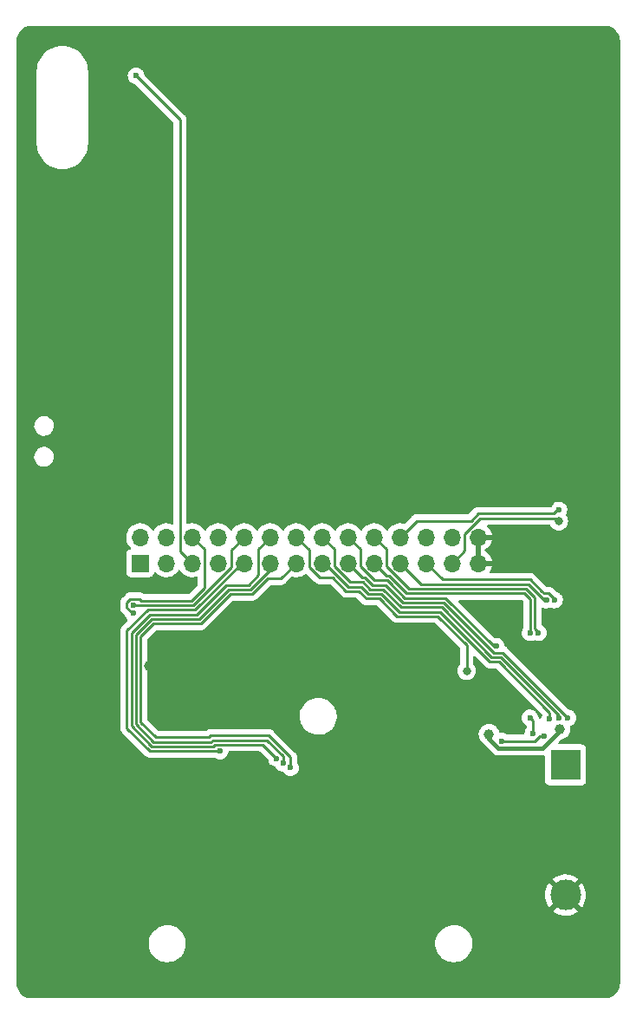
<source format=gbl>
%TF.GenerationSoftware,KiCad,Pcbnew,(6.0.5-0)*%
%TF.CreationDate,2022-11-17T16:29:29+01:00*%
%TF.ProjectId,25pix,32357069-782e-46b6-9963-61645f706362,v0.1*%
%TF.SameCoordinates,Original*%
%TF.FileFunction,Copper,L2,Bot*%
%TF.FilePolarity,Positive*%
%FSLAX46Y46*%
G04 Gerber Fmt 4.6, Leading zero omitted, Abs format (unit mm)*
G04 Created by KiCad (PCBNEW (6.0.5-0)) date 2022-11-17 16:29:29*
%MOMM*%
%LPD*%
G01*
G04 APERTURE LIST*
%TA.AperFunction,ComponentPad*%
%ADD10R,1.700000X1.700000*%
%TD*%
%TA.AperFunction,ComponentPad*%
%ADD11O,1.700000X1.700000*%
%TD*%
%TA.AperFunction,ComponentPad*%
%ADD12R,3.000000X3.000000*%
%TD*%
%TA.AperFunction,ComponentPad*%
%ADD13C,3.000000*%
%TD*%
%TA.AperFunction,ViaPad*%
%ADD14C,0.800000*%
%TD*%
%TA.AperFunction,ViaPad*%
%ADD15C,1.000000*%
%TD*%
%TA.AperFunction,ViaPad*%
%ADD16C,0.600000*%
%TD*%
%TA.AperFunction,Conductor*%
%ADD17C,0.250000*%
%TD*%
%TA.AperFunction,Conductor*%
%ADD18C,0.400000*%
%TD*%
G04 APERTURE END LIST*
D10*
X52600000Y-77000000D03*
D11*
X52600000Y-74460000D03*
X55140000Y-77000000D03*
X55140000Y-74460000D03*
X57680000Y-77000000D03*
X57680000Y-74460000D03*
X60220000Y-77000000D03*
X60220000Y-74460000D03*
X62760000Y-77000000D03*
X62760000Y-74460000D03*
X65300000Y-77000000D03*
X65300000Y-74460000D03*
X67840000Y-77000000D03*
X67840000Y-74460000D03*
X70380000Y-77000000D03*
X70380000Y-74460000D03*
X72920000Y-77000000D03*
X72920000Y-74460000D03*
X75460000Y-77000000D03*
X75460000Y-74460000D03*
X78000000Y-77000000D03*
X78000000Y-74460000D03*
X80540000Y-77000000D03*
X80540000Y-74460000D03*
X83080000Y-77000000D03*
X83080000Y-74460000D03*
X85620000Y-77000000D03*
X85620000Y-74460000D03*
D12*
X94150000Y-96700000D03*
D13*
X94150000Y-109400000D03*
D14*
X93500000Y-72900000D03*
D15*
X51000000Y-70700000D03*
X83600000Y-44300000D03*
X96876940Y-84400000D03*
X59800000Y-86400000D03*
X96000000Y-31900000D03*
X67900000Y-83200000D03*
X81200000Y-87475500D03*
X43700000Y-44400000D03*
X84000000Y-90300000D03*
X83600000Y-62200000D03*
X95900000Y-92500000D03*
X95300000Y-79800000D03*
X47500000Y-105400000D03*
X44400000Y-83900000D03*
X53500000Y-87004980D03*
X83600000Y-53300000D03*
X83300000Y-35200000D03*
X62300000Y-92200000D03*
X86689226Y-93709081D03*
X93600000Y-93225980D03*
D16*
X92600000Y-92200000D03*
X93500000Y-92100000D03*
X94400000Y-92100000D03*
X66561666Y-96526831D03*
X51900500Y-81900000D03*
X65908561Y-96065682D03*
X60400000Y-95351469D03*
X67304379Y-96956161D03*
X52200000Y-29400000D03*
X90700000Y-83800000D03*
X91499503Y-83800000D03*
X90700000Y-92100000D03*
X90974020Y-93633185D03*
X92112006Y-93875500D03*
X87900000Y-94358601D03*
D14*
X84500000Y-87500000D03*
D16*
X93524500Y-71800000D03*
X87400000Y-85100000D03*
X93100000Y-80600000D03*
X92300000Y-80600000D03*
X51899929Y-81100498D03*
D17*
X78000000Y-74460000D02*
X79607859Y-72852141D01*
X84931131Y-72852141D02*
X85633290Y-72149983D01*
X85633290Y-72149983D02*
X93000000Y-72149983D01*
X93000000Y-72149983D02*
X93349983Y-71800000D01*
X79607859Y-72852141D02*
X84931131Y-72852141D01*
X93349983Y-71800000D02*
X93524500Y-71800000D01*
X93500000Y-72900000D02*
X93199503Y-72599503D01*
X84300000Y-75780000D02*
X83080000Y-77000000D01*
X93199503Y-72599503D02*
X85819487Y-72599503D01*
X85819487Y-72599503D02*
X84300000Y-74118990D01*
X84300000Y-74118990D02*
X84300000Y-75780000D01*
X56505489Y-33705489D02*
X52200000Y-29400000D01*
D18*
X93600000Y-93376765D02*
X93600000Y-93225980D01*
X91918653Y-95058112D02*
X93600000Y-93376765D01*
X86689226Y-93709081D02*
X86689226Y-94137086D01*
X87610252Y-95058112D02*
X91918653Y-95058112D01*
X86689226Y-94137086D02*
X87610252Y-95058112D01*
D17*
X87664282Y-86635718D02*
X86764283Y-86635718D01*
X92600000Y-92200000D02*
X92600000Y-91571436D01*
X74177579Y-79285743D02*
X72909016Y-79285743D01*
X92600000Y-91571436D02*
X87664282Y-86635718D01*
X77903769Y-81746640D02*
X76171911Y-80014783D01*
X76171911Y-80014783D02*
X74906620Y-80014783D01*
X70623272Y-77000000D02*
X70380000Y-77000000D01*
X86764283Y-86635718D02*
X81875204Y-81746640D01*
X74906620Y-80014783D02*
X74177579Y-79285743D01*
X72909016Y-79285743D02*
X70623272Y-77000000D01*
X81875204Y-81746640D02*
X77903769Y-81746640D01*
X86938313Y-86174031D02*
X82061402Y-81297120D01*
X93500000Y-92100000D02*
X93500000Y-91835718D01*
X74363777Y-78836223D02*
X73095213Y-78836223D01*
X71554511Y-75634511D02*
X70380000Y-74460000D01*
X76358109Y-79565263D02*
X75092817Y-79565263D01*
X93500000Y-91835718D02*
X87838313Y-86174031D01*
X75092817Y-79565263D02*
X74363777Y-78836223D01*
X87838313Y-86174031D02*
X86938313Y-86174031D01*
X82061402Y-81297120D02*
X78089966Y-81297120D01*
X78089966Y-81297120D02*
X76358109Y-79565263D01*
X73095213Y-78836223D02*
X71554511Y-77295521D01*
X71554511Y-77295521D02*
X71554511Y-75634511D01*
X75279015Y-79115743D02*
X74531636Y-78368364D01*
X74288364Y-78368364D02*
X72920000Y-77000000D01*
X94400000Y-92100000D02*
X88024511Y-85724511D01*
X88024511Y-85724511D02*
X87124511Y-85724511D01*
X82247600Y-80847600D02*
X78276164Y-80847600D01*
X78276164Y-80847600D02*
X76544307Y-79115743D01*
X87124511Y-85724511D02*
X82247600Y-80847600D01*
X76544307Y-79115743D02*
X75279015Y-79115743D01*
X74531636Y-78368364D02*
X74288364Y-78368364D01*
X63359975Y-79575743D02*
X65300000Y-77635718D01*
X66561666Y-95835594D02*
X65003510Y-94277438D01*
X52199040Y-83972396D02*
X53722378Y-82449058D01*
X53923865Y-94452429D02*
X52199040Y-92727604D01*
X65300000Y-77635718D02*
X65300000Y-77000000D01*
X53722378Y-82449058D02*
X58339104Y-82449058D01*
X58944080Y-81844081D02*
X61212418Y-79575743D01*
X66561666Y-96526831D02*
X66561666Y-95835594D01*
X58339104Y-82449058D02*
X58944080Y-81844081D01*
X59688793Y-94277438D02*
X59513802Y-94452429D01*
X59513802Y-94452429D02*
X53923865Y-94452429D01*
X61212418Y-79575743D02*
X63359975Y-79575743D01*
X65003510Y-94277438D02*
X59688793Y-94277438D01*
X52199040Y-92727604D02*
X52199040Y-83972396D01*
X51641247Y-80475987D02*
X52525009Y-80475987D01*
X51816238Y-81900000D02*
X51275418Y-81359180D01*
X58854511Y-75634511D02*
X57680000Y-74460000D01*
X57594314Y-80650978D02*
X58854511Y-79390781D01*
X52525009Y-80475987D02*
X52700000Y-80650978D01*
X51275418Y-80841816D02*
X51641247Y-80475987D01*
X52700000Y-80650978D02*
X57594314Y-80650978D01*
X51900500Y-81900000D02*
X51816238Y-81900000D01*
X58854511Y-79390781D02*
X58854511Y-75634511D01*
X51275418Y-81359180D02*
X51275418Y-80841816D01*
X59700000Y-94901949D02*
X53737667Y-94901949D01*
X51749520Y-83786198D02*
X53536180Y-81999538D01*
X59874991Y-94726958D02*
X59700000Y-94901949D01*
X61026223Y-79126223D02*
X63173777Y-79126223D01*
X64569837Y-94726958D02*
X59874991Y-94726958D01*
X53536180Y-81999538D02*
X58152906Y-81999538D01*
X51749520Y-92913802D02*
X51749520Y-83786198D01*
X65908561Y-96065682D02*
X64569837Y-94726958D01*
X64125489Y-78174511D02*
X64125489Y-75634511D01*
X64125489Y-75634511D02*
X65300000Y-74460000D01*
X58152906Y-81999538D02*
X61026223Y-79126223D01*
X53737667Y-94901949D02*
X51749520Y-92913802D01*
X63173777Y-79126223D02*
X64125489Y-78174511D01*
X60400000Y-95351469D02*
X53551469Y-95351469D01*
X62516728Y-77000000D02*
X62760000Y-77000000D01*
X57966709Y-81550018D02*
X62516728Y-77000000D01*
X51300000Y-83600000D02*
X53349982Y-81550018D01*
X53349982Y-81550018D02*
X57966709Y-81550018D01*
X53551469Y-95351469D02*
X51300000Y-93100000D01*
X51300000Y-93100000D02*
X51300000Y-83600000D01*
X59502595Y-93827918D02*
X59327604Y-94002909D01*
X67304379Y-95942590D02*
X65189707Y-93827918D01*
X63546173Y-80025263D02*
X63809495Y-79761940D01*
X54110063Y-94002909D02*
X52648560Y-92541406D01*
X67304379Y-96956161D02*
X67304379Y-95942590D01*
X65071435Y-78500000D02*
X66340000Y-78500000D01*
X52648560Y-84158594D02*
X53908576Y-82898578D01*
X58525302Y-82898577D02*
X61398615Y-80025263D01*
X63809495Y-79761940D02*
X65071435Y-78500000D01*
X66340000Y-78500000D02*
X67840000Y-77000000D01*
X65189707Y-93827918D02*
X59502595Y-93827918D01*
X53908576Y-82898578D02*
X58525302Y-82898577D01*
X52648560Y-92541406D02*
X52648560Y-84158594D01*
X61398615Y-80025263D02*
X63546173Y-80025263D01*
X59327604Y-94002909D02*
X54110063Y-94002909D01*
X56505489Y-75825489D02*
X57680000Y-77000000D01*
X56505489Y-33705489D02*
X56505489Y-75825489D01*
X77800000Y-79096728D02*
X76901636Y-78198364D01*
X90700000Y-83800000D02*
X90700000Y-80500000D01*
X90148560Y-79948560D02*
X78648560Y-79948560D01*
X77800000Y-79100000D02*
X77800000Y-79096728D01*
X76901636Y-78198364D02*
X76658364Y-78198364D01*
X76658364Y-78198364D02*
X75460000Y-77000000D01*
X90700000Y-80500000D02*
X90148560Y-79948560D01*
X78648560Y-79948560D02*
X77800000Y-79100000D01*
X76634511Y-77295521D02*
X76634511Y-75634511D01*
X90334757Y-79499040D02*
X78838030Y-79499040D01*
X91499503Y-83800000D02*
X91499503Y-83716310D01*
X78838030Y-79499040D02*
X76634511Y-77295521D01*
X91149520Y-80313803D02*
X90334757Y-79499040D01*
X91149520Y-83366327D02*
X91149520Y-80313803D01*
X91499503Y-83716310D02*
X91149520Y-83366327D01*
X76634511Y-75634511D02*
X75460000Y-74460000D01*
X90974020Y-92374020D02*
X90700000Y-92100000D01*
X90974020Y-93633185D02*
X90974020Y-92374020D01*
X91131797Y-94358601D02*
X91614898Y-93875500D01*
X87900000Y-94358601D02*
X91131797Y-94358601D01*
X91614898Y-93875500D02*
X92112006Y-93875500D01*
X69100000Y-77381010D02*
X69100000Y-75720000D01*
X75964303Y-80464303D02*
X74720423Y-80464303D01*
X84500000Y-87500000D02*
X84500000Y-85007153D01*
X74720423Y-80464303D02*
X73991383Y-79735263D01*
X76200000Y-80700000D02*
X75964303Y-80464303D01*
X70118990Y-78400000D02*
X69100000Y-77381010D01*
X77454249Y-81932837D02*
X76221412Y-80700000D01*
X72722818Y-79735263D02*
X71387554Y-78400000D01*
X73991383Y-79735263D02*
X72722818Y-79735263D01*
X71387554Y-78400000D02*
X70118990Y-78400000D01*
X81689006Y-82196160D02*
X77717571Y-82196160D01*
X76221412Y-80700000D02*
X76200000Y-80700000D01*
X77717571Y-82196160D02*
X77454249Y-81932837D01*
X84500000Y-85007153D02*
X81689006Y-82196160D01*
X69100000Y-75720000D02*
X67840000Y-74460000D01*
X87135718Y-85100000D02*
X82433798Y-80398080D01*
X87400000Y-85100000D02*
X87135718Y-85100000D01*
X78462362Y-80398080D02*
X77083777Y-79019494D01*
X82433798Y-80398080D02*
X78462362Y-80398080D01*
X76733777Y-78666223D02*
X75465213Y-78666223D01*
X77083777Y-79019494D02*
X77083777Y-79016223D01*
X74094511Y-77295521D02*
X74094511Y-75634511D01*
X75465213Y-78666223D02*
X74094511Y-77295521D01*
X77083777Y-79016223D02*
X76733777Y-78666223D01*
X74094511Y-75634511D02*
X72920000Y-74460000D01*
X92053576Y-79946423D02*
X91853576Y-79746424D01*
X93100000Y-80516807D02*
X92529616Y-79946423D01*
X90707151Y-78600000D02*
X82140000Y-78600000D01*
X93100000Y-80600000D02*
X93100000Y-80516807D01*
X92529616Y-79946423D02*
X92053576Y-79946423D01*
X91853576Y-79746424D02*
X90707151Y-78600000D01*
X82140000Y-78600000D02*
X80540000Y-77000000D01*
X80049520Y-79049520D02*
X78000000Y-77000000D01*
X90520954Y-79049520D02*
X80049520Y-79049520D01*
X92071435Y-80600000D02*
X90520954Y-79049520D01*
X92300000Y-80600000D02*
X92071435Y-80600000D01*
X57780512Y-81100498D02*
X61500000Y-77381010D01*
X51899929Y-81100498D02*
X57780512Y-81100498D01*
X61500000Y-75720000D02*
X62760000Y-74460000D01*
X61500000Y-77381010D02*
X61500000Y-75720000D01*
%TA.AperFunction,Conductor*%
G36*
X97970018Y-24510000D02*
G01*
X97984851Y-24512310D01*
X97984855Y-24512310D01*
X97993724Y-24513691D01*
X98008981Y-24511696D01*
X98034302Y-24510953D01*
X98203285Y-24523039D01*
X98221064Y-24525596D01*
X98411392Y-24566999D01*
X98428641Y-24572063D01*
X98611150Y-24640136D01*
X98627502Y-24647604D01*
X98798458Y-24740952D01*
X98813582Y-24750672D01*
X98969514Y-24867402D01*
X98983100Y-24879175D01*
X99120825Y-25016900D01*
X99132598Y-25030486D01*
X99249328Y-25186418D01*
X99259048Y-25201542D01*
X99352396Y-25372498D01*
X99359864Y-25388850D01*
X99427937Y-25571359D01*
X99433001Y-25588607D01*
X99474404Y-25778936D01*
X99476962Y-25796721D01*
X99488540Y-25958601D01*
X99487793Y-25976565D01*
X99487692Y-25984845D01*
X99486309Y-25993724D01*
X99487474Y-26002630D01*
X99490436Y-26025283D01*
X99491500Y-26041621D01*
X99491500Y-117950633D01*
X99490000Y-117970018D01*
X99487690Y-117984851D01*
X99487690Y-117984855D01*
X99486309Y-117993724D01*
X99488136Y-118007693D01*
X99488304Y-118008976D01*
X99489047Y-118034305D01*
X99476962Y-118203279D01*
X99474404Y-118221064D01*
X99456598Y-118302919D01*
X99433001Y-118411392D01*
X99427937Y-118428641D01*
X99359864Y-118611150D01*
X99352396Y-118627502D01*
X99259048Y-118798458D01*
X99249328Y-118813582D01*
X99132598Y-118969514D01*
X99120825Y-118983100D01*
X98983100Y-119120825D01*
X98969514Y-119132598D01*
X98813582Y-119249328D01*
X98798458Y-119259048D01*
X98627502Y-119352396D01*
X98611150Y-119359864D01*
X98428641Y-119427937D01*
X98411393Y-119433001D01*
X98221064Y-119474404D01*
X98203285Y-119476961D01*
X98041395Y-119488540D01*
X98023435Y-119487793D01*
X98015155Y-119487692D01*
X98006276Y-119486309D01*
X97974714Y-119490436D01*
X97958379Y-119491500D01*
X42049367Y-119491500D01*
X42029982Y-119490000D01*
X42015149Y-119487690D01*
X42015145Y-119487690D01*
X42006276Y-119486309D01*
X41991019Y-119488304D01*
X41965698Y-119489047D01*
X41796715Y-119476961D01*
X41778936Y-119474404D01*
X41588607Y-119433001D01*
X41571359Y-119427937D01*
X41388850Y-119359864D01*
X41372498Y-119352396D01*
X41201542Y-119259048D01*
X41186418Y-119249328D01*
X41030486Y-119132598D01*
X41016900Y-119120825D01*
X40879175Y-118983100D01*
X40867402Y-118969514D01*
X40750672Y-118813582D01*
X40740952Y-118798458D01*
X40647604Y-118627502D01*
X40640136Y-118611150D01*
X40572063Y-118428641D01*
X40566999Y-118411392D01*
X40543402Y-118302919D01*
X40525596Y-118221064D01*
X40523038Y-118203278D01*
X40511719Y-118045012D01*
X40512805Y-118022245D01*
X40512334Y-118022203D01*
X40512770Y-118017345D01*
X40513576Y-118012552D01*
X40513729Y-118000000D01*
X40509773Y-117972376D01*
X40508500Y-117954514D01*
X40508500Y-114260716D01*
X53439812Y-114260716D01*
X53476060Y-114527063D01*
X53477368Y-114531549D01*
X53477368Y-114531551D01*
X53497183Y-114599534D01*
X53551278Y-114785126D01*
X53663815Y-115029237D01*
X53666378Y-115033146D01*
X53808631Y-115250119D01*
X53808635Y-115250124D01*
X53811197Y-115254032D01*
X53990188Y-115454574D01*
X54196854Y-115626456D01*
X54426656Y-115765904D01*
X54430970Y-115767713D01*
X54430974Y-115767715D01*
X54480768Y-115788595D01*
X54674545Y-115869852D01*
X54935077Y-115936019D01*
X55158334Y-115958500D01*
X55318237Y-115958500D01*
X55320562Y-115958327D01*
X55320568Y-115958327D01*
X55513408Y-115943996D01*
X55513409Y-115943996D01*
X55518063Y-115943650D01*
X55522616Y-115942620D01*
X55522621Y-115942619D01*
X55775669Y-115885361D01*
X55775674Y-115885360D01*
X55780237Y-115884327D01*
X56030762Y-115786902D01*
X56264136Y-115653518D01*
X56475231Y-115487105D01*
X56659409Y-115291317D01*
X56812626Y-115070457D01*
X56831026Y-115033146D01*
X56929449Y-114833564D01*
X56929450Y-114833561D01*
X56931514Y-114829376D01*
X57013462Y-114573370D01*
X57056670Y-114308063D01*
X57057290Y-114260716D01*
X81439812Y-114260716D01*
X81476060Y-114527063D01*
X81477368Y-114531549D01*
X81477368Y-114531551D01*
X81497183Y-114599534D01*
X81551278Y-114785126D01*
X81663815Y-115029237D01*
X81666378Y-115033146D01*
X81808631Y-115250119D01*
X81808635Y-115250124D01*
X81811197Y-115254032D01*
X81990188Y-115454574D01*
X82196854Y-115626456D01*
X82426656Y-115765904D01*
X82430970Y-115767713D01*
X82430974Y-115767715D01*
X82480768Y-115788595D01*
X82674545Y-115869852D01*
X82935077Y-115936019D01*
X83158334Y-115958500D01*
X83318237Y-115958500D01*
X83320562Y-115958327D01*
X83320568Y-115958327D01*
X83513408Y-115943996D01*
X83513409Y-115943996D01*
X83518063Y-115943650D01*
X83522616Y-115942620D01*
X83522621Y-115942619D01*
X83775669Y-115885361D01*
X83775674Y-115885360D01*
X83780237Y-115884327D01*
X84030762Y-115786902D01*
X84264136Y-115653518D01*
X84475231Y-115487105D01*
X84659409Y-115291317D01*
X84812626Y-115070457D01*
X84831026Y-115033146D01*
X84929449Y-114833564D01*
X84929450Y-114833561D01*
X84931514Y-114829376D01*
X85013462Y-114573370D01*
X85056670Y-114308063D01*
X85060188Y-114039284D01*
X85023940Y-113772937D01*
X85009146Y-113722179D01*
X84950033Y-113519373D01*
X84948722Y-113514874D01*
X84836185Y-113270763D01*
X84802321Y-113219112D01*
X84691369Y-113049881D01*
X84691365Y-113049876D01*
X84688803Y-113045968D01*
X84509812Y-112845426D01*
X84303146Y-112673544D01*
X84073344Y-112534096D01*
X84069030Y-112532287D01*
X84069026Y-112532285D01*
X83829769Y-112431957D01*
X83825455Y-112430148D01*
X83564923Y-112363981D01*
X83341666Y-112341500D01*
X83181763Y-112341500D01*
X83179438Y-112341673D01*
X83179432Y-112341673D01*
X82986592Y-112356004D01*
X82986591Y-112356004D01*
X82981937Y-112356350D01*
X82977384Y-112357380D01*
X82977379Y-112357381D01*
X82724331Y-112414639D01*
X82724326Y-112414640D01*
X82719763Y-112415673D01*
X82469238Y-112513098D01*
X82235864Y-112646482D01*
X82024769Y-112812895D01*
X81840591Y-113008683D01*
X81687374Y-113229543D01*
X81685307Y-113233733D01*
X81685306Y-113233736D01*
X81664953Y-113275009D01*
X81568486Y-113470624D01*
X81486538Y-113726630D01*
X81443330Y-113991937D01*
X81439812Y-114260716D01*
X57057290Y-114260716D01*
X57060188Y-114039284D01*
X57023940Y-113772937D01*
X57009146Y-113722179D01*
X56950033Y-113519373D01*
X56948722Y-113514874D01*
X56836185Y-113270763D01*
X56802321Y-113219112D01*
X56691369Y-113049881D01*
X56691365Y-113049876D01*
X56688803Y-113045968D01*
X56509812Y-112845426D01*
X56303146Y-112673544D01*
X56073344Y-112534096D01*
X56069030Y-112532287D01*
X56069026Y-112532285D01*
X55829769Y-112431957D01*
X55825455Y-112430148D01*
X55564923Y-112363981D01*
X55341666Y-112341500D01*
X55181763Y-112341500D01*
X55179438Y-112341673D01*
X55179432Y-112341673D01*
X54986592Y-112356004D01*
X54986591Y-112356004D01*
X54981937Y-112356350D01*
X54977384Y-112357380D01*
X54977379Y-112357381D01*
X54724331Y-112414639D01*
X54724326Y-112414640D01*
X54719763Y-112415673D01*
X54469238Y-112513098D01*
X54235864Y-112646482D01*
X54024769Y-112812895D01*
X53840591Y-113008683D01*
X53687374Y-113229543D01*
X53685307Y-113233733D01*
X53685306Y-113233736D01*
X53664953Y-113275009D01*
X53568486Y-113470624D01*
X53486538Y-113726630D01*
X53443330Y-113991937D01*
X53439812Y-114260716D01*
X40508500Y-114260716D01*
X40508500Y-110989654D01*
X92925618Y-110989654D01*
X92932673Y-110999627D01*
X92963679Y-111025551D01*
X92970598Y-111030579D01*
X93195272Y-111171515D01*
X93202807Y-111175556D01*
X93444520Y-111284694D01*
X93452551Y-111287680D01*
X93706832Y-111363002D01*
X93715184Y-111364869D01*
X93977340Y-111404984D01*
X93985874Y-111405700D01*
X94251045Y-111409867D01*
X94259596Y-111409418D01*
X94522883Y-111377557D01*
X94531284Y-111375955D01*
X94787824Y-111308653D01*
X94795926Y-111305926D01*
X95040949Y-111204434D01*
X95048617Y-111200628D01*
X95277598Y-111066822D01*
X95284679Y-111062009D01*
X95364655Y-110999301D01*
X95373125Y-110987442D01*
X95366608Y-110975818D01*
X94162812Y-109772022D01*
X94148868Y-109764408D01*
X94147035Y-109764539D01*
X94140420Y-109768790D01*
X92932910Y-110976300D01*
X92925618Y-110989654D01*
X40508500Y-110989654D01*
X40508500Y-109383204D01*
X92137665Y-109383204D01*
X92152932Y-109647969D01*
X92154005Y-109656470D01*
X92205065Y-109916722D01*
X92207276Y-109924974D01*
X92293184Y-110175894D01*
X92296499Y-110183779D01*
X92415664Y-110420713D01*
X92420020Y-110428079D01*
X92549347Y-110616250D01*
X92559601Y-110624594D01*
X92573342Y-110617448D01*
X93777978Y-109412812D01*
X93784356Y-109401132D01*
X94514408Y-109401132D01*
X94514539Y-109402965D01*
X94518790Y-109409580D01*
X95725730Y-110616520D01*
X95737939Y-110623187D01*
X95749439Y-110614497D01*
X95846831Y-110481913D01*
X95851418Y-110474685D01*
X95977962Y-110241621D01*
X95981530Y-110233827D01*
X96075271Y-109985750D01*
X96077748Y-109977544D01*
X96136954Y-109719038D01*
X96138294Y-109710577D01*
X96162031Y-109444616D01*
X96162277Y-109439677D01*
X96162666Y-109402485D01*
X96162523Y-109397519D01*
X96144362Y-109131123D01*
X96143201Y-109122649D01*
X96089419Y-108862944D01*
X96087120Y-108854709D01*
X95998588Y-108604705D01*
X95995191Y-108596854D01*
X95873550Y-108361178D01*
X95869122Y-108353866D01*
X95750031Y-108184417D01*
X95739509Y-108176037D01*
X95726121Y-108183089D01*
X94522022Y-109387188D01*
X94514408Y-109401132D01*
X93784356Y-109401132D01*
X93785592Y-109398868D01*
X93785461Y-109397035D01*
X93781210Y-109390420D01*
X92573814Y-108183024D01*
X92561804Y-108176466D01*
X92550064Y-108185434D01*
X92441935Y-108335911D01*
X92437418Y-108343196D01*
X92313325Y-108577567D01*
X92309839Y-108585395D01*
X92218700Y-108834446D01*
X92216311Y-108842670D01*
X92159812Y-109101795D01*
X92158563Y-109110250D01*
X92137754Y-109374653D01*
X92137665Y-109383204D01*
X40508500Y-109383204D01*
X40508500Y-107812500D01*
X92926584Y-107812500D01*
X92932980Y-107823770D01*
X94137188Y-109027978D01*
X94151132Y-109035592D01*
X94152965Y-109035461D01*
X94159580Y-109031210D01*
X95366604Y-107824186D01*
X95373795Y-107811017D01*
X95366473Y-107800780D01*
X95319233Y-107762115D01*
X95312261Y-107757160D01*
X95086122Y-107618582D01*
X95078552Y-107614624D01*
X94835704Y-107508022D01*
X94827644Y-107505120D01*
X94572592Y-107432467D01*
X94564214Y-107430685D01*
X94301656Y-107393318D01*
X94293111Y-107392691D01*
X94027908Y-107391302D01*
X94019374Y-107391839D01*
X93756433Y-107426456D01*
X93748035Y-107428149D01*
X93492238Y-107498127D01*
X93484143Y-107500946D01*
X93240199Y-107604997D01*
X93232577Y-107608881D01*
X93005013Y-107745075D01*
X92997981Y-107749962D01*
X92935053Y-107800377D01*
X92926584Y-107812500D01*
X40508500Y-107812500D01*
X40508500Y-80821759D01*
X50637198Y-80821759D01*
X50637944Y-80829651D01*
X50641359Y-80865777D01*
X50641918Y-80877635D01*
X50641918Y-81280413D01*
X50641391Y-81291596D01*
X50639716Y-81299089D01*
X50639965Y-81307015D01*
X50639965Y-81307016D01*
X50641856Y-81367166D01*
X50641918Y-81371125D01*
X50641918Y-81399036D01*
X50642415Y-81402970D01*
X50642415Y-81402971D01*
X50642423Y-81403036D01*
X50643356Y-81414873D01*
X50644745Y-81459069D01*
X50650396Y-81478519D01*
X50654405Y-81497880D01*
X50656944Y-81517977D01*
X50659863Y-81525348D01*
X50659863Y-81525350D01*
X50673222Y-81559092D01*
X50677067Y-81570322D01*
X50689400Y-81612773D01*
X50693433Y-81619592D01*
X50693435Y-81619597D01*
X50699711Y-81630208D01*
X50708406Y-81647956D01*
X50715866Y-81666797D01*
X50720528Y-81673213D01*
X50720528Y-81673214D01*
X50741854Y-81702567D01*
X50748370Y-81712487D01*
X50770876Y-81750542D01*
X50785197Y-81764863D01*
X50798037Y-81779896D01*
X50809946Y-81796287D01*
X50816054Y-81801340D01*
X50844016Y-81824472D01*
X50852796Y-81832462D01*
X51091163Y-82070829D01*
X51121626Y-82120152D01*
X51161918Y-82241273D01*
X51255880Y-82396424D01*
X51260769Y-82401487D01*
X51260770Y-82401488D01*
X51267999Y-82408974D01*
X51342694Y-82486322D01*
X51375626Y-82549217D01*
X51369327Y-82619933D01*
X51341152Y-82662943D01*
X50907747Y-83096348D01*
X50899461Y-83103888D01*
X50892982Y-83108000D01*
X50887557Y-83113777D01*
X50846357Y-83157651D01*
X50843602Y-83160493D01*
X50823865Y-83180230D01*
X50821385Y-83183427D01*
X50813682Y-83192447D01*
X50783414Y-83224679D01*
X50779595Y-83231625D01*
X50779593Y-83231628D01*
X50773652Y-83242434D01*
X50762801Y-83258953D01*
X50750386Y-83274959D01*
X50747241Y-83282228D01*
X50747238Y-83282232D01*
X50732826Y-83315537D01*
X50727609Y-83326187D01*
X50706305Y-83364940D01*
X50704334Y-83372615D01*
X50704334Y-83372616D01*
X50701267Y-83384562D01*
X50694863Y-83403266D01*
X50686819Y-83421855D01*
X50685580Y-83429678D01*
X50685577Y-83429688D01*
X50679901Y-83465524D01*
X50677495Y-83477144D01*
X50675582Y-83484595D01*
X50666500Y-83519970D01*
X50666500Y-83540224D01*
X50664949Y-83559934D01*
X50661780Y-83579943D01*
X50662526Y-83587835D01*
X50665941Y-83623961D01*
X50666500Y-83635819D01*
X50666500Y-93021233D01*
X50665973Y-93032416D01*
X50664298Y-93039909D01*
X50664547Y-93047835D01*
X50664547Y-93047836D01*
X50666438Y-93107986D01*
X50666500Y-93111945D01*
X50666500Y-93139856D01*
X50666997Y-93143790D01*
X50666997Y-93143791D01*
X50667005Y-93143856D01*
X50667938Y-93155693D01*
X50669327Y-93199889D01*
X50674978Y-93219339D01*
X50678987Y-93238700D01*
X50681526Y-93258797D01*
X50684445Y-93266168D01*
X50684445Y-93266170D01*
X50697804Y-93299912D01*
X50701649Y-93311142D01*
X50705203Y-93323376D01*
X50713982Y-93353593D01*
X50718015Y-93360412D01*
X50718017Y-93360417D01*
X50724293Y-93371028D01*
X50732988Y-93388776D01*
X50740448Y-93407617D01*
X50745110Y-93414033D01*
X50745110Y-93414034D01*
X50766436Y-93443387D01*
X50772952Y-93453307D01*
X50795458Y-93491362D01*
X50809779Y-93505683D01*
X50822619Y-93520716D01*
X50834528Y-93537107D01*
X50840634Y-93542158D01*
X50868605Y-93565298D01*
X50877384Y-93573288D01*
X53047817Y-95743722D01*
X53055357Y-95752008D01*
X53059469Y-95758487D01*
X53065246Y-95763912D01*
X53109120Y-95805112D01*
X53111962Y-95807867D01*
X53131699Y-95827604D01*
X53134896Y-95830084D01*
X53143916Y-95837787D01*
X53176148Y-95868055D01*
X53183094Y-95871874D01*
X53183097Y-95871876D01*
X53193903Y-95877817D01*
X53210422Y-95888668D01*
X53226428Y-95901083D01*
X53233697Y-95904228D01*
X53233701Y-95904231D01*
X53267006Y-95918643D01*
X53277656Y-95923860D01*
X53316409Y-95945164D01*
X53324084Y-95947135D01*
X53324085Y-95947135D01*
X53336031Y-95950202D01*
X53354736Y-95956606D01*
X53373324Y-95964650D01*
X53381147Y-95965889D01*
X53381157Y-95965892D01*
X53416993Y-95971568D01*
X53428613Y-95973974D01*
X53463758Y-95982997D01*
X53471439Y-95984969D01*
X53491693Y-95984969D01*
X53511403Y-95986520D01*
X53531412Y-95989689D01*
X53539304Y-95988943D01*
X53575430Y-95985528D01*
X53587288Y-95984969D01*
X59853903Y-95984969D01*
X59922896Y-96005537D01*
X59947072Y-96021357D01*
X60033159Y-96077691D01*
X60039763Y-96080147D01*
X60039765Y-96080148D01*
X60196558Y-96138459D01*
X60196560Y-96138459D01*
X60203168Y-96140917D01*
X60286995Y-96152102D01*
X60375980Y-96163976D01*
X60375984Y-96163976D01*
X60382961Y-96164907D01*
X60389972Y-96164269D01*
X60389976Y-96164269D01*
X60532459Y-96151301D01*
X60563600Y-96148467D01*
X60570302Y-96146289D01*
X60570304Y-96146289D01*
X60729409Y-96094593D01*
X60729412Y-96094592D01*
X60736108Y-96092416D01*
X60832513Y-96034947D01*
X60885860Y-96003146D01*
X60885862Y-96003145D01*
X60891912Y-95999538D01*
X61023266Y-95874451D01*
X61123643Y-95723371D01*
X61165423Y-95613386D01*
X61185555Y-95560389D01*
X61185556Y-95560387D01*
X61188055Y-95553807D01*
X61189759Y-95541685D01*
X61199985Y-95468922D01*
X61229273Y-95404248D01*
X61288878Y-95365675D01*
X61324759Y-95360458D01*
X64255243Y-95360458D01*
X64323364Y-95380460D01*
X64344338Y-95397363D01*
X65073311Y-96126336D01*
X65107337Y-96188648D01*
X65109615Y-96203135D01*
X65112724Y-96234842D01*
X65169979Y-96406955D01*
X65263941Y-96562106D01*
X65268830Y-96567169D01*
X65268831Y-96567170D01*
X65345682Y-96646750D01*
X65389943Y-96692584D01*
X65541720Y-96791904D01*
X65548324Y-96794360D01*
X65548326Y-96794361D01*
X65705119Y-96852672D01*
X65705121Y-96852672D01*
X65711729Y-96855130D01*
X65745002Y-96859570D01*
X65764488Y-96862170D01*
X65829364Y-96891006D01*
X65855598Y-96921792D01*
X65892546Y-96982800D01*
X65917046Y-97023255D01*
X66043048Y-97153733D01*
X66194825Y-97253053D01*
X66201429Y-97255509D01*
X66201431Y-97255510D01*
X66358224Y-97313821D01*
X66358226Y-97313821D01*
X66364834Y-97316279D01*
X66445968Y-97327105D01*
X66536042Y-97339124D01*
X66600919Y-97367960D01*
X66627153Y-97398746D01*
X66656111Y-97446562D01*
X66659759Y-97452585D01*
X66785761Y-97583063D01*
X66937538Y-97682383D01*
X66944142Y-97684839D01*
X66944144Y-97684840D01*
X67100937Y-97743151D01*
X67100939Y-97743151D01*
X67107547Y-97745609D01*
X67191374Y-97756794D01*
X67280359Y-97768668D01*
X67280363Y-97768668D01*
X67287340Y-97769599D01*
X67294351Y-97768961D01*
X67294355Y-97768961D01*
X67436838Y-97755993D01*
X67467979Y-97753159D01*
X67474681Y-97750981D01*
X67474683Y-97750981D01*
X67633788Y-97699285D01*
X67633791Y-97699284D01*
X67640487Y-97697108D01*
X67796291Y-97604230D01*
X67927645Y-97479143D01*
X68028022Y-97328063D01*
X68092434Y-97158499D01*
X68117678Y-96978878D01*
X68117995Y-96956161D01*
X68097776Y-96775906D01*
X68068760Y-96692584D01*
X68040443Y-96611267D01*
X68040441Y-96611264D01*
X68038124Y-96604609D01*
X68014730Y-96567170D01*
X67957025Y-96474822D01*
X67937879Y-96408053D01*
X67937879Y-96021357D01*
X67938406Y-96010174D01*
X67940081Y-96002681D01*
X67937941Y-95934590D01*
X67937879Y-95930633D01*
X67937879Y-95902734D01*
X67937375Y-95898743D01*
X67936442Y-95886901D01*
X67936204Y-95879310D01*
X67935053Y-95842701D01*
X67932841Y-95835087D01*
X67932840Y-95835082D01*
X67929402Y-95823249D01*
X67925391Y-95803885D01*
X67923846Y-95791654D01*
X67922853Y-95783793D01*
X67919936Y-95776426D01*
X67919935Y-95776421D01*
X67906577Y-95742682D01*
X67902733Y-95731455D01*
X67896938Y-95711511D01*
X67890397Y-95688997D01*
X67882893Y-95676309D01*
X67880086Y-95671562D01*
X67871391Y-95653814D01*
X67863931Y-95634973D01*
X67837943Y-95599203D01*
X67831427Y-95589283D01*
X67812959Y-95558055D01*
X67812957Y-95558052D01*
X67808921Y-95551228D01*
X67794600Y-95536907D01*
X67781759Y-95521873D01*
X67774510Y-95511896D01*
X67769851Y-95505483D01*
X67735774Y-95477292D01*
X67726995Y-95469302D01*
X65693359Y-93435665D01*
X65685819Y-93427379D01*
X65681707Y-93420900D01*
X65632055Y-93374274D01*
X65629214Y-93371520D01*
X65609477Y-93351783D01*
X65606280Y-93349303D01*
X65597258Y-93341598D01*
X65587574Y-93332504D01*
X65565028Y-93311332D01*
X65558082Y-93307513D01*
X65558079Y-93307511D01*
X65547273Y-93301570D01*
X65530754Y-93290719D01*
X65529822Y-93289996D01*
X65514748Y-93278304D01*
X65507479Y-93275159D01*
X65507475Y-93275156D01*
X65474170Y-93260744D01*
X65463520Y-93255527D01*
X65424767Y-93234223D01*
X65405144Y-93229185D01*
X65386441Y-93222781D01*
X65375127Y-93217885D01*
X65375126Y-93217885D01*
X65367852Y-93214737D01*
X65360029Y-93213498D01*
X65360019Y-93213495D01*
X65324183Y-93207819D01*
X65312563Y-93205413D01*
X65277418Y-93196390D01*
X65277417Y-93196390D01*
X65269737Y-93194418D01*
X65249483Y-93194418D01*
X65229772Y-93192867D01*
X65217593Y-93190938D01*
X65209764Y-93189698D01*
X65180493Y-93192465D01*
X65165746Y-93193859D01*
X65153888Y-93194418D01*
X59581363Y-93194418D01*
X59570180Y-93193891D01*
X59562687Y-93192216D01*
X59554761Y-93192465D01*
X59554760Y-93192465D01*
X59494597Y-93194356D01*
X59490639Y-93194418D01*
X59462739Y-93194418D01*
X59458749Y-93194922D01*
X59446915Y-93195854D01*
X59402706Y-93197244D01*
X59395090Y-93199457D01*
X59395088Y-93199457D01*
X59383247Y-93202897D01*
X59363888Y-93206906D01*
X59362578Y-93207072D01*
X59343798Y-93209444D01*
X59336432Y-93212360D01*
X59336426Y-93212362D01*
X59302693Y-93225718D01*
X59291463Y-93229563D01*
X59275423Y-93234223D01*
X59249002Y-93241899D01*
X59242179Y-93245934D01*
X59231561Y-93252213D01*
X59213808Y-93260910D01*
X59206163Y-93263937D01*
X59194978Y-93268366D01*
X59181300Y-93278304D01*
X59159207Y-93294355D01*
X59149290Y-93300869D01*
X59111233Y-93323376D01*
X59102105Y-93332504D01*
X59039793Y-93366530D01*
X59013010Y-93369409D01*
X54424658Y-93369409D01*
X54356537Y-93349407D01*
X54335563Y-93332504D01*
X53318965Y-92315906D01*
X53284939Y-92253594D01*
X53282060Y-92226811D01*
X53282060Y-92060716D01*
X68189812Y-92060716D01*
X68226060Y-92327063D01*
X68227368Y-92331549D01*
X68227368Y-92331551D01*
X68247183Y-92399534D01*
X68301278Y-92585126D01*
X68413815Y-92829237D01*
X68422920Y-92843124D01*
X68558631Y-93050119D01*
X68558635Y-93050124D01*
X68561197Y-93054032D01*
X68623289Y-93123600D01*
X68736936Y-93250930D01*
X68740188Y-93254574D01*
X68857069Y-93351783D01*
X68924203Y-93407617D01*
X68946854Y-93426456D01*
X68961348Y-93435251D01*
X69143429Y-93545741D01*
X69176656Y-93565904D01*
X69180970Y-93567713D01*
X69180974Y-93567715D01*
X69348965Y-93638159D01*
X69424545Y-93669852D01*
X69685077Y-93736019D01*
X69908334Y-93758500D01*
X70068237Y-93758500D01*
X70070562Y-93758327D01*
X70070568Y-93758327D01*
X70263408Y-93743996D01*
X70263409Y-93743996D01*
X70268063Y-93743650D01*
X70272616Y-93742620D01*
X70272621Y-93742619D01*
X70525669Y-93685361D01*
X70525674Y-93685360D01*
X70530237Y-93684327D01*
X70780762Y-93586902D01*
X71014136Y-93453518D01*
X71017974Y-93450493D01*
X71116357Y-93372934D01*
X71225231Y-93287105D01*
X71409409Y-93091317D01*
X71562626Y-92870457D01*
X71577179Y-92840947D01*
X71679449Y-92633564D01*
X71679450Y-92633561D01*
X71681514Y-92629376D01*
X71763462Y-92373370D01*
X71773959Y-92308920D01*
X71805919Y-92112674D01*
X71806670Y-92108063D01*
X71810188Y-91839284D01*
X71773940Y-91572937D01*
X71759146Y-91522179D01*
X71715520Y-91372506D01*
X71698722Y-91314874D01*
X71696589Y-91310246D01*
X71588142Y-91075009D01*
X71586185Y-91070763D01*
X71552321Y-91019112D01*
X71441369Y-90849881D01*
X71441365Y-90849876D01*
X71438803Y-90845968D01*
X71259812Y-90645426D01*
X71053146Y-90473544D01*
X70823344Y-90334096D01*
X70819030Y-90332287D01*
X70819026Y-90332285D01*
X70579769Y-90231957D01*
X70575455Y-90230148D01*
X70314923Y-90163981D01*
X70091666Y-90141500D01*
X69931763Y-90141500D01*
X69929438Y-90141673D01*
X69929432Y-90141673D01*
X69736592Y-90156004D01*
X69736591Y-90156004D01*
X69731937Y-90156350D01*
X69727384Y-90157380D01*
X69727379Y-90157381D01*
X69474331Y-90214639D01*
X69474326Y-90214640D01*
X69469763Y-90215673D01*
X69219238Y-90313098D01*
X68985864Y-90446482D01*
X68774769Y-90612895D01*
X68590591Y-90808683D01*
X68437374Y-91029543D01*
X68435307Y-91033733D01*
X68435306Y-91033736D01*
X68414953Y-91075009D01*
X68318486Y-91270624D01*
X68236538Y-91526630D01*
X68235788Y-91531237D01*
X68235787Y-91531240D01*
X68206933Y-91708409D01*
X68193330Y-91791937D01*
X68193269Y-91796613D01*
X68190402Y-92015674D01*
X68189812Y-92060716D01*
X53282060Y-92060716D01*
X53282060Y-84473188D01*
X53302062Y-84405067D01*
X53318965Y-84384093D01*
X54134075Y-83568983D01*
X54196387Y-83534957D01*
X54223170Y-83532078D01*
X57835682Y-83532077D01*
X58446535Y-83532077D01*
X58457718Y-83532604D01*
X58465211Y-83534279D01*
X58473137Y-83534030D01*
X58473138Y-83534030D01*
X58533288Y-83532139D01*
X58537247Y-83532077D01*
X58565158Y-83532077D01*
X58569093Y-83531580D01*
X58569158Y-83531572D01*
X58580995Y-83530639D01*
X58612812Y-83529639D01*
X58617273Y-83529499D01*
X58625192Y-83529250D01*
X58644644Y-83523599D01*
X58663996Y-83519591D01*
X58671067Y-83518697D01*
X58684099Y-83517051D01*
X58691468Y-83514134D01*
X58691470Y-83514133D01*
X58725205Y-83500777D01*
X58736432Y-83496932D01*
X58738615Y-83496298D01*
X58778895Y-83484595D01*
X58785718Y-83480560D01*
X58785720Y-83480559D01*
X58796330Y-83474284D01*
X58814078Y-83465589D01*
X58832919Y-83458129D01*
X58854474Y-83442469D01*
X58868689Y-83432141D01*
X58878609Y-83425625D01*
X58909837Y-83407157D01*
X58909840Y-83407155D01*
X58916664Y-83403119D01*
X58930985Y-83388798D01*
X58946019Y-83375957D01*
X58962409Y-83364049D01*
X58990600Y-83329972D01*
X58998590Y-83321193D01*
X61624115Y-80695668D01*
X61686427Y-80661642D01*
X61713210Y-80658763D01*
X63467407Y-80658763D01*
X63478590Y-80659290D01*
X63486083Y-80660965D01*
X63494009Y-80660716D01*
X63494010Y-80660716D01*
X63554160Y-80658825D01*
X63558119Y-80658763D01*
X63586029Y-80658763D01*
X63589962Y-80658266D01*
X63589965Y-80658266D01*
X63590030Y-80658258D01*
X63601868Y-80657325D01*
X63646064Y-80655936D01*
X63665510Y-80650286D01*
X63684870Y-80646277D01*
X63697104Y-80644731D01*
X63697107Y-80644730D01*
X63704970Y-80643737D01*
X63712338Y-80640820D01*
X63712341Y-80640819D01*
X63746076Y-80627463D01*
X63757303Y-80623618D01*
X63799767Y-80611281D01*
X63817202Y-80600970D01*
X63834952Y-80592273D01*
X63853790Y-80584815D01*
X63889561Y-80558826D01*
X63899479Y-80552311D01*
X63930709Y-80533842D01*
X63930712Y-80533840D01*
X63937536Y-80529804D01*
X63951856Y-80515484D01*
X63966890Y-80502643D01*
X63976866Y-80495395D01*
X63983280Y-80490735D01*
X64011463Y-80456668D01*
X64019450Y-80447890D01*
X64285630Y-80181709D01*
X65296934Y-79170405D01*
X65359247Y-79136380D01*
X65386030Y-79133500D01*
X66261233Y-79133500D01*
X66272416Y-79134027D01*
X66279909Y-79135702D01*
X66287835Y-79135453D01*
X66287836Y-79135453D01*
X66347986Y-79133562D01*
X66351945Y-79133500D01*
X66379856Y-79133500D01*
X66383791Y-79133003D01*
X66383856Y-79132995D01*
X66395693Y-79132062D01*
X66427951Y-79131048D01*
X66431970Y-79130922D01*
X66439889Y-79130673D01*
X66459343Y-79125021D01*
X66478700Y-79121013D01*
X66490930Y-79119468D01*
X66490931Y-79119468D01*
X66498797Y-79118474D01*
X66506168Y-79115555D01*
X66506170Y-79115555D01*
X66539912Y-79102196D01*
X66551142Y-79098351D01*
X66585983Y-79088229D01*
X66585984Y-79088229D01*
X66593593Y-79086018D01*
X66600412Y-79081985D01*
X66600417Y-79081983D01*
X66611028Y-79075707D01*
X66628776Y-79067012D01*
X66647617Y-79059552D01*
X66683387Y-79033564D01*
X66693307Y-79027048D01*
X66724535Y-79008580D01*
X66724538Y-79008578D01*
X66731362Y-79004542D01*
X66745683Y-78990221D01*
X66760717Y-78977380D01*
X66770694Y-78970131D01*
X66777107Y-78965472D01*
X66805298Y-78931395D01*
X66813288Y-78922616D01*
X67384549Y-78351355D01*
X67446861Y-78317329D01*
X67498762Y-78316979D01*
X67678597Y-78353567D01*
X67683772Y-78353757D01*
X67683774Y-78353757D01*
X67896673Y-78361564D01*
X67896677Y-78361564D01*
X67901837Y-78361753D01*
X67906957Y-78361097D01*
X67906959Y-78361097D01*
X68118288Y-78334025D01*
X68118289Y-78334025D01*
X68123416Y-78333368D01*
X68162434Y-78321662D01*
X68332429Y-78270661D01*
X68332434Y-78270659D01*
X68337384Y-78269174D01*
X68537994Y-78170896D01*
X68600000Y-78126668D01*
X68717304Y-78042997D01*
X68784378Y-78019723D01*
X68853386Y-78036407D01*
X68879567Y-78056481D01*
X69615333Y-78792247D01*
X69622877Y-78800537D01*
X69626990Y-78807018D01*
X69632767Y-78812443D01*
X69676657Y-78853658D01*
X69679499Y-78856413D01*
X69699220Y-78876134D01*
X69702415Y-78878612D01*
X69711437Y-78886318D01*
X69743669Y-78916586D01*
X69750618Y-78920406D01*
X69761422Y-78926346D01*
X69777946Y-78937199D01*
X69793949Y-78949613D01*
X69834533Y-78967176D01*
X69845163Y-78972383D01*
X69883930Y-78993695D01*
X69891607Y-78995666D01*
X69891612Y-78995668D01*
X69903548Y-78998732D01*
X69922256Y-79005137D01*
X69940845Y-79013181D01*
X69948670Y-79014420D01*
X69948672Y-79014421D01*
X69984509Y-79020097D01*
X69996130Y-79022504D01*
X70025612Y-79030073D01*
X70038960Y-79033500D01*
X70059221Y-79033500D01*
X70078930Y-79035051D01*
X70098933Y-79038219D01*
X70106825Y-79037473D01*
X70112052Y-79036979D01*
X70142944Y-79034059D01*
X70154801Y-79033500D01*
X71072958Y-79033500D01*
X71141079Y-79053502D01*
X71162053Y-79070404D01*
X72219168Y-80127517D01*
X72226706Y-80135801D01*
X72230818Y-80142281D01*
X72272805Y-80181709D01*
X72280485Y-80188921D01*
X72283327Y-80191676D01*
X72303049Y-80211398D01*
X72306173Y-80213821D01*
X72306177Y-80213825D01*
X72306242Y-80213875D01*
X72315263Y-80221580D01*
X72347497Y-80251849D01*
X72354445Y-80255668D01*
X72354447Y-80255670D01*
X72365250Y-80261609D01*
X72381777Y-80272465D01*
X72391516Y-80280020D01*
X72391518Y-80280021D01*
X72397778Y-80284877D01*
X72438358Y-80302437D01*
X72449006Y-80307654D01*
X72487758Y-80328958D01*
X72495434Y-80330929D01*
X72495437Y-80330930D01*
X72507380Y-80333996D01*
X72526084Y-80340400D01*
X72535349Y-80344409D01*
X72544673Y-80348444D01*
X72552496Y-80349683D01*
X72552506Y-80349686D01*
X72588342Y-80355362D01*
X72599962Y-80357768D01*
X72635107Y-80366791D01*
X72642788Y-80368763D01*
X72663042Y-80368763D01*
X72682752Y-80370314D01*
X72702761Y-80373483D01*
X72710653Y-80372737D01*
X72746779Y-80369322D01*
X72758637Y-80368763D01*
X73676789Y-80368763D01*
X73744910Y-80388765D01*
X73765884Y-80405668D01*
X74216766Y-80856550D01*
X74224310Y-80864840D01*
X74228423Y-80871321D01*
X74234200Y-80876746D01*
X74278090Y-80917961D01*
X74280932Y-80920716D01*
X74300653Y-80940437D01*
X74303848Y-80942915D01*
X74312870Y-80950621D01*
X74345102Y-80980889D01*
X74352051Y-80984709D01*
X74362855Y-80990649D01*
X74379379Y-81001502D01*
X74395382Y-81013916D01*
X74435966Y-81031479D01*
X74446596Y-81036686D01*
X74485363Y-81057998D01*
X74493040Y-81059969D01*
X74493045Y-81059971D01*
X74504981Y-81063035D01*
X74523689Y-81069440D01*
X74542278Y-81077484D01*
X74550106Y-81078724D01*
X74550113Y-81078726D01*
X74585947Y-81084402D01*
X74597567Y-81086808D01*
X74632712Y-81095831D01*
X74640393Y-81097803D01*
X74660647Y-81097803D01*
X74680357Y-81099354D01*
X74700366Y-81102523D01*
X74708258Y-81101777D01*
X74733890Y-81099354D01*
X74744385Y-81098362D01*
X74756242Y-81097803D01*
X75648300Y-81097803D01*
X75716421Y-81117805D01*
X75734552Y-81131952D01*
X75757651Y-81153643D01*
X75760494Y-81156399D01*
X75780230Y-81176135D01*
X75783427Y-81178615D01*
X75792447Y-81186318D01*
X75824679Y-81216586D01*
X75831625Y-81220405D01*
X75831628Y-81220407D01*
X75842434Y-81226348D01*
X75858953Y-81237199D01*
X75869422Y-81245319D01*
X75881294Y-81255786D01*
X77034479Y-82408972D01*
X77034481Y-82408974D01*
X77213917Y-82588411D01*
X77221459Y-82596699D01*
X77225571Y-82603178D01*
X77231347Y-82608602D01*
X77275224Y-82649805D01*
X77278066Y-82652560D01*
X77297800Y-82672294D01*
X77300997Y-82674774D01*
X77310017Y-82682477D01*
X77342250Y-82712746D01*
X77349194Y-82716563D01*
X77349196Y-82716565D01*
X77359999Y-82722504D01*
X77376525Y-82733360D01*
X77386262Y-82740913D01*
X77386268Y-82740917D01*
X77392529Y-82745773D01*
X77399802Y-82748920D01*
X77399803Y-82748921D01*
X77433111Y-82763335D01*
X77443757Y-82768550D01*
X77482511Y-82789855D01*
X77490184Y-82791825D01*
X77490186Y-82791826D01*
X77502131Y-82794893D01*
X77520832Y-82801296D01*
X77532148Y-82806193D01*
X77532154Y-82806195D01*
X77539425Y-82809341D01*
X77575412Y-82815041D01*
X77583102Y-82816259D01*
X77594715Y-82818664D01*
X77637541Y-82829660D01*
X77657794Y-82829660D01*
X77677504Y-82831211D01*
X77697513Y-82834380D01*
X77705405Y-82833634D01*
X77741531Y-82830219D01*
X77753389Y-82829660D01*
X81374412Y-82829660D01*
X81442533Y-82849662D01*
X81463507Y-82866565D01*
X83829595Y-85232653D01*
X83863621Y-85294965D01*
X83866500Y-85321748D01*
X83866500Y-86797476D01*
X83846498Y-86865597D01*
X83834142Y-86881779D01*
X83760960Y-86963056D01*
X83757659Y-86968774D01*
X83669172Y-87122038D01*
X83665473Y-87128444D01*
X83606458Y-87310072D01*
X83586496Y-87500000D01*
X83606458Y-87689928D01*
X83665473Y-87871556D01*
X83760960Y-88036944D01*
X83888747Y-88178866D01*
X84043248Y-88291118D01*
X84049276Y-88293802D01*
X84049278Y-88293803D01*
X84211681Y-88366109D01*
X84217712Y-88368794D01*
X84311113Y-88388647D01*
X84398056Y-88407128D01*
X84398061Y-88407128D01*
X84404513Y-88408500D01*
X84595487Y-88408500D01*
X84601939Y-88407128D01*
X84601944Y-88407128D01*
X84688887Y-88388647D01*
X84782288Y-88368794D01*
X84788319Y-88366109D01*
X84950722Y-88293803D01*
X84950724Y-88293802D01*
X84956752Y-88291118D01*
X85111253Y-88178866D01*
X85239040Y-88036944D01*
X85334527Y-87871556D01*
X85393542Y-87689928D01*
X85413504Y-87500000D01*
X85393542Y-87310072D01*
X85334527Y-87128444D01*
X85330829Y-87122038D01*
X85242341Y-86968774D01*
X85239040Y-86963056D01*
X85165863Y-86881785D01*
X85135147Y-86817779D01*
X85133500Y-86797476D01*
X85133500Y-86205030D01*
X85153502Y-86136909D01*
X85207158Y-86090416D01*
X85277432Y-86080312D01*
X85342012Y-86109806D01*
X85348595Y-86115935D01*
X86260631Y-87027971D01*
X86268171Y-87036257D01*
X86272283Y-87042736D01*
X86278060Y-87048161D01*
X86321934Y-87089361D01*
X86324776Y-87092116D01*
X86344513Y-87111853D01*
X86347710Y-87114333D01*
X86356730Y-87122036D01*
X86388962Y-87152304D01*
X86395908Y-87156123D01*
X86395911Y-87156125D01*
X86406717Y-87162066D01*
X86423236Y-87172917D01*
X86439242Y-87185332D01*
X86446511Y-87188477D01*
X86446515Y-87188480D01*
X86479820Y-87202892D01*
X86490470Y-87208109D01*
X86529223Y-87229413D01*
X86536898Y-87231384D01*
X86536899Y-87231384D01*
X86548845Y-87234451D01*
X86567550Y-87240855D01*
X86586138Y-87248899D01*
X86593961Y-87250138D01*
X86593971Y-87250141D01*
X86629807Y-87255817D01*
X86641427Y-87258223D01*
X86676572Y-87267246D01*
X86684253Y-87269218D01*
X86704507Y-87269218D01*
X86724217Y-87270769D01*
X86744226Y-87273938D01*
X86752118Y-87273192D01*
X86788244Y-87269777D01*
X86800102Y-87269218D01*
X87349688Y-87269218D01*
X87417809Y-87289220D01*
X87438783Y-87306123D01*
X91841069Y-91708409D01*
X91875095Y-91770721D01*
X91870375Y-91840598D01*
X91811607Y-92002063D01*
X91809197Y-92008685D01*
X91808314Y-92015673D01*
X91808314Y-92015674D01*
X91799450Y-92085837D01*
X91771068Y-92150913D01*
X91712008Y-92190314D01*
X91641022Y-92191530D01*
X91580647Y-92154175D01*
X91560878Y-92123316D01*
X91560038Y-92120427D01*
X91552726Y-92108063D01*
X91549727Y-92102992D01*
X91541032Y-92085244D01*
X91533572Y-92066403D01*
X91525083Y-92054719D01*
X91501805Y-91994704D01*
X91494182Y-91926744D01*
X91493397Y-91919745D01*
X91491080Y-91913091D01*
X91436064Y-91755106D01*
X91436062Y-91755103D01*
X91433745Y-91748448D01*
X91337626Y-91594624D01*
X91265685Y-91522179D01*
X91214778Y-91470915D01*
X91214774Y-91470912D01*
X91209815Y-91465918D01*
X91198697Y-91458862D01*
X91150538Y-91428300D01*
X91056666Y-91368727D01*
X91027463Y-91358328D01*
X90892425Y-91310243D01*
X90892420Y-91310242D01*
X90885790Y-91307881D01*
X90878802Y-91307048D01*
X90878799Y-91307047D01*
X90755698Y-91292368D01*
X90705680Y-91286404D01*
X90698677Y-91287140D01*
X90698676Y-91287140D01*
X90532288Y-91304628D01*
X90532286Y-91304629D01*
X90525288Y-91305364D01*
X90353579Y-91363818D01*
X90347575Y-91367512D01*
X90205095Y-91455166D01*
X90205092Y-91455168D01*
X90199088Y-91458862D01*
X90194053Y-91463793D01*
X90194050Y-91463795D01*
X90074525Y-91580843D01*
X90069493Y-91585771D01*
X89971235Y-91738238D01*
X89968826Y-91744858D01*
X89968824Y-91744861D01*
X89953368Y-91787326D01*
X89909197Y-91908685D01*
X89886463Y-92088640D01*
X89904163Y-92269160D01*
X89961418Y-92441273D01*
X89965065Y-92447295D01*
X89965066Y-92447297D01*
X90048538Y-92585126D01*
X90055380Y-92596424D01*
X90060269Y-92601487D01*
X90060270Y-92601488D01*
X90091246Y-92633564D01*
X90181382Y-92726902D01*
X90187274Y-92730757D01*
X90187278Y-92730761D01*
X90283513Y-92793735D01*
X90329562Y-92847772D01*
X90340520Y-92899167D01*
X90340520Y-93086516D01*
X90320431Y-93154771D01*
X90249074Y-93265495D01*
X90249070Y-93265504D01*
X90245255Y-93271423D01*
X90242846Y-93278043D01*
X90242845Y-93278044D01*
X90189915Y-93423467D01*
X90183217Y-93441870D01*
X90166257Y-93576125D01*
X90161359Y-93614893D01*
X90132977Y-93679970D01*
X90073918Y-93719371D01*
X90036353Y-93725101D01*
X88447338Y-93725101D01*
X88379824Y-93705486D01*
X88320823Y-93668043D01*
X88256666Y-93627328D01*
X88221744Y-93614893D01*
X88092425Y-93568844D01*
X88092420Y-93568843D01*
X88085790Y-93566482D01*
X88078802Y-93565649D01*
X88078799Y-93565648D01*
X87955698Y-93550969D01*
X87905680Y-93545005D01*
X87898677Y-93545741D01*
X87898675Y-93545741D01*
X87803396Y-93555755D01*
X87733558Y-93542983D01*
X87681711Y-93494481D01*
X87669604Y-93466863D01*
X87627924Y-93328813D01*
X87627923Y-93328810D01*
X87626142Y-93322912D01*
X87533292Y-93148285D01*
X87445262Y-93040350D01*
X87412186Y-92999794D01*
X87412183Y-92999791D01*
X87408291Y-92995019D01*
X87401557Y-92989448D01*
X87260651Y-92872880D01*
X87260647Y-92872878D01*
X87255901Y-92868951D01*
X87081927Y-92774883D01*
X86892994Y-92716399D01*
X86886869Y-92715755D01*
X86886868Y-92715755D01*
X86702430Y-92696370D01*
X86702428Y-92696370D01*
X86696301Y-92695726D01*
X86613802Y-92703234D01*
X86505477Y-92713092D01*
X86505474Y-92713093D01*
X86499338Y-92713651D01*
X86493432Y-92715389D01*
X86493428Y-92715390D01*
X86441202Y-92730761D01*
X86309607Y-92769491D01*
X86304149Y-92772344D01*
X86304145Y-92772346D01*
X86213373Y-92819801D01*
X86134336Y-92861121D01*
X85980201Y-92985049D01*
X85853072Y-93136555D01*
X85850105Y-93141953D01*
X85850101Y-93141958D01*
X85786429Y-93257779D01*
X85757793Y-93309868D01*
X85755932Y-93315735D01*
X85755931Y-93315737D01*
X85707991Y-93466863D01*
X85697991Y-93498387D01*
X85675945Y-93694932D01*
X85676461Y-93701076D01*
X85685168Y-93804764D01*
X85692494Y-93892015D01*
X85747009Y-94082131D01*
X85837413Y-94258037D01*
X85960261Y-94413034D01*
X85964954Y-94417028D01*
X85964955Y-94417029D01*
X86087339Y-94521186D01*
X86105635Y-94540431D01*
X86113801Y-94551072D01*
X86117683Y-94556415D01*
X86153869Y-94609067D01*
X86159539Y-94614118D01*
X86159540Y-94614120D01*
X86200387Y-94650513D01*
X86205664Y-94655494D01*
X87088817Y-95538648D01*
X87094670Y-95544913D01*
X87106135Y-95558055D01*
X87132691Y-95588497D01*
X87184981Y-95625248D01*
X87190223Y-95629140D01*
X87240534Y-95668588D01*
X87247453Y-95671712D01*
X87249745Y-95673100D01*
X87264417Y-95681469D01*
X87266777Y-95682734D01*
X87272991Y-95687102D01*
X87280070Y-95689862D01*
X87280072Y-95689863D01*
X87332527Y-95710314D01*
X87338596Y-95712865D01*
X87396825Y-95739157D01*
X87404298Y-95740542D01*
X87406864Y-95741346D01*
X87423087Y-95745967D01*
X87425679Y-95746632D01*
X87432761Y-95749394D01*
X87440296Y-95750386D01*
X87496113Y-95757734D01*
X87502629Y-95758766D01*
X87532132Y-95764234D01*
X87565438Y-95770407D01*
X87573018Y-95769970D01*
X87573019Y-95769970D01*
X87627632Y-95766821D01*
X87634885Y-95766612D01*
X91889741Y-95766612D01*
X91898311Y-95766904D01*
X91948429Y-95770321D01*
X91948433Y-95770321D01*
X91956005Y-95770837D01*
X91993838Y-95764234D01*
X92064381Y-95772226D01*
X92119407Y-95817089D01*
X92141500Y-95888358D01*
X92141500Y-98248134D01*
X92148255Y-98310316D01*
X92199385Y-98446705D01*
X92286739Y-98563261D01*
X92403295Y-98650615D01*
X92539684Y-98701745D01*
X92601866Y-98708500D01*
X95698134Y-98708500D01*
X95760316Y-98701745D01*
X95896705Y-98650615D01*
X96013261Y-98563261D01*
X96100615Y-98446705D01*
X96151745Y-98310316D01*
X96158500Y-98248134D01*
X96158500Y-95151866D01*
X96151745Y-95089684D01*
X96100615Y-94953295D01*
X96013261Y-94836739D01*
X95896705Y-94749385D01*
X95760316Y-94698255D01*
X95698134Y-94691500D01*
X93591425Y-94691500D01*
X93523304Y-94671498D01*
X93476811Y-94617842D01*
X93466707Y-94547568D01*
X93496201Y-94482988D01*
X93502330Y-94476405D01*
X93723185Y-94255550D01*
X93778392Y-94223288D01*
X93966463Y-94170778D01*
X93971967Y-94167998D01*
X93971969Y-94167997D01*
X94137495Y-94084384D01*
X94137497Y-94084383D01*
X94142996Y-94081605D01*
X94298847Y-93959841D01*
X94428078Y-93810125D01*
X94525769Y-93638159D01*
X94588197Y-93450493D01*
X94612985Y-93254275D01*
X94613265Y-93234223D01*
X94613331Y-93229503D01*
X94613331Y-93229500D01*
X94613380Y-93225980D01*
X94594080Y-93029147D01*
X94590687Y-93017909D01*
X94590144Y-92946917D01*
X94628069Y-92886899D01*
X94672372Y-92861656D01*
X94729409Y-92843124D01*
X94729412Y-92843123D01*
X94736108Y-92840947D01*
X94851187Y-92772346D01*
X94885860Y-92751677D01*
X94885862Y-92751676D01*
X94891912Y-92748069D01*
X95023266Y-92622982D01*
X95123643Y-92471902D01*
X95188055Y-92302338D01*
X95191335Y-92279001D01*
X95212748Y-92126639D01*
X95212748Y-92126636D01*
X95213299Y-92122717D01*
X95213452Y-92111738D01*
X95213561Y-92103962D01*
X95213561Y-92103957D01*
X95213616Y-92100000D01*
X95193397Y-91919745D01*
X95191080Y-91913091D01*
X95136064Y-91755106D01*
X95136062Y-91755103D01*
X95133745Y-91748448D01*
X95037626Y-91594624D01*
X94965685Y-91522179D01*
X94914778Y-91470915D01*
X94914774Y-91470912D01*
X94909815Y-91465918D01*
X94898697Y-91458862D01*
X94850538Y-91428300D01*
X94756666Y-91368727D01*
X94585790Y-91307881D01*
X94536007Y-91301945D01*
X94470733Y-91274018D01*
X94461830Y-91265926D01*
X88528163Y-85332258D01*
X88520623Y-85323972D01*
X88516511Y-85317493D01*
X88466859Y-85270867D01*
X88464018Y-85268113D01*
X88444281Y-85248376D01*
X88441084Y-85245896D01*
X88432062Y-85238191D01*
X88405611Y-85213352D01*
X88399832Y-85207925D01*
X88392886Y-85204106D01*
X88392883Y-85204104D01*
X88382077Y-85198163D01*
X88365558Y-85187312D01*
X88365094Y-85186952D01*
X88349552Y-85174897D01*
X88342283Y-85171752D01*
X88342279Y-85171749D01*
X88308974Y-85157337D01*
X88298314Y-85152115D01*
X88271513Y-85137381D01*
X88221455Y-85087038D01*
X88206999Y-85041012D01*
X88194182Y-84926744D01*
X88193397Y-84919745D01*
X88133745Y-84748448D01*
X88037626Y-84594624D01*
X88030045Y-84586990D01*
X87914778Y-84470915D01*
X87914774Y-84470912D01*
X87909815Y-84465918D01*
X87881690Y-84448069D01*
X87848335Y-84426902D01*
X87756666Y-84368727D01*
X87727463Y-84358328D01*
X87592425Y-84310243D01*
X87592420Y-84310242D01*
X87585790Y-84307881D01*
X87578802Y-84307048D01*
X87578799Y-84307047D01*
X87455698Y-84292368D01*
X87405680Y-84286404D01*
X87398677Y-84287140D01*
X87398676Y-84287140D01*
X87295642Y-84297969D01*
X87225804Y-84285197D01*
X87193377Y-84261754D01*
X83728778Y-80797155D01*
X83694752Y-80734843D01*
X83699817Y-80664028D01*
X83742364Y-80607192D01*
X83808884Y-80582381D01*
X83817873Y-80582060D01*
X89833965Y-80582060D01*
X89902086Y-80602062D01*
X89923061Y-80618965D01*
X90029596Y-80725501D01*
X90063621Y-80787813D01*
X90066500Y-80814596D01*
X90066500Y-83253331D01*
X90046411Y-83321586D01*
X89975054Y-83432310D01*
X89975050Y-83432319D01*
X89971235Y-83438238D01*
X89968826Y-83444858D01*
X89968825Y-83444859D01*
X89936877Y-83532636D01*
X89909197Y-83608685D01*
X89886463Y-83788640D01*
X89904163Y-83969160D01*
X89961418Y-84141273D01*
X89965065Y-84147295D01*
X89965066Y-84147297D01*
X90049817Y-84287238D01*
X90055380Y-84296424D01*
X90060269Y-84301487D01*
X90060270Y-84301488D01*
X90066444Y-84307881D01*
X90181382Y-84426902D01*
X90333159Y-84526222D01*
X90339763Y-84528678D01*
X90339765Y-84528679D01*
X90496558Y-84586990D01*
X90496560Y-84586990D01*
X90503168Y-84589448D01*
X90586732Y-84600598D01*
X90675980Y-84612507D01*
X90675984Y-84612507D01*
X90682961Y-84613438D01*
X90689972Y-84612800D01*
X90689976Y-84612800D01*
X90832459Y-84599832D01*
X90863600Y-84596998D01*
X90870302Y-84594820D01*
X90870304Y-84594820D01*
X91029409Y-84543124D01*
X91029412Y-84543123D01*
X91036108Y-84540947D01*
X91042156Y-84537342D01*
X91048577Y-84534429D01*
X91049852Y-84537240D01*
X91105407Y-84522981D01*
X91144994Y-84530808D01*
X91302671Y-84589448D01*
X91386235Y-84600598D01*
X91475483Y-84612507D01*
X91475487Y-84612507D01*
X91482464Y-84613438D01*
X91489475Y-84612800D01*
X91489479Y-84612800D01*
X91631962Y-84599832D01*
X91663103Y-84596998D01*
X91669805Y-84594820D01*
X91669807Y-84594820D01*
X91828912Y-84543124D01*
X91828915Y-84543123D01*
X91835611Y-84540947D01*
X91991415Y-84448069D01*
X92122769Y-84322982D01*
X92223146Y-84171902D01*
X92287558Y-84002338D01*
X92288538Y-83995366D01*
X92312251Y-83826639D01*
X92312251Y-83826636D01*
X92312802Y-83822717D01*
X92313119Y-83800000D01*
X92292900Y-83619745D01*
X92290583Y-83613091D01*
X92235567Y-83455106D01*
X92235565Y-83455103D01*
X92233248Y-83448448D01*
X92204924Y-83403119D01*
X92140862Y-83300598D01*
X92137129Y-83294624D01*
X92117601Y-83274959D01*
X92014281Y-83170915D01*
X92014277Y-83170912D01*
X92009318Y-83165918D01*
X91998542Y-83159079D01*
X91862119Y-83072503D01*
X91856169Y-83068727D01*
X91852776Y-83067519D01*
X91801326Y-83020596D01*
X91783020Y-82955190D01*
X91783020Y-81451676D01*
X91803022Y-81383555D01*
X91856678Y-81337062D01*
X91926952Y-81326958D01*
X91952936Y-81333577D01*
X92103168Y-81389448D01*
X92186995Y-81400633D01*
X92275980Y-81412507D01*
X92275984Y-81412507D01*
X92282961Y-81413438D01*
X92289972Y-81412800D01*
X92289976Y-81412800D01*
X92441207Y-81399036D01*
X92463600Y-81396998D01*
X92470302Y-81394820D01*
X92470304Y-81394820D01*
X92629409Y-81343124D01*
X92629412Y-81343123D01*
X92636108Y-81340947D01*
X92642159Y-81337340D01*
X92648574Y-81334430D01*
X92649826Y-81337190D01*
X92705550Y-81322866D01*
X92745185Y-81330694D01*
X92903168Y-81389448D01*
X92986995Y-81400633D01*
X93075980Y-81412507D01*
X93075984Y-81412507D01*
X93082961Y-81413438D01*
X93089972Y-81412800D01*
X93089976Y-81412800D01*
X93241207Y-81399036D01*
X93263600Y-81396998D01*
X93270302Y-81394820D01*
X93270304Y-81394820D01*
X93429409Y-81343124D01*
X93429412Y-81343123D01*
X93436108Y-81340947D01*
X93591912Y-81248069D01*
X93723266Y-81122982D01*
X93823643Y-80971902D01*
X93888055Y-80802338D01*
X93889514Y-80791958D01*
X93912748Y-80626639D01*
X93912748Y-80626636D01*
X93913299Y-80622717D01*
X93913616Y-80600000D01*
X93893397Y-80419745D01*
X93886833Y-80400895D01*
X93836064Y-80255106D01*
X93836062Y-80255103D01*
X93833745Y-80248448D01*
X93816956Y-80221580D01*
X93741359Y-80100598D01*
X93737626Y-80094624D01*
X93696649Y-80053360D01*
X93614778Y-79970915D01*
X93614774Y-79970912D01*
X93609815Y-79965918D01*
X93584164Y-79949639D01*
X93520090Y-79908977D01*
X93456666Y-79868727D01*
X93314385Y-79818063D01*
X93267557Y-79788459D01*
X93033268Y-79554170D01*
X93025728Y-79545884D01*
X93021616Y-79539405D01*
X92971964Y-79492779D01*
X92969123Y-79490025D01*
X92949386Y-79470288D01*
X92946189Y-79467808D01*
X92937167Y-79460103D01*
X92910716Y-79435264D01*
X92904937Y-79429837D01*
X92897991Y-79426018D01*
X92897988Y-79426016D01*
X92887182Y-79420075D01*
X92870663Y-79409224D01*
X92870199Y-79408864D01*
X92854657Y-79396809D01*
X92847388Y-79393664D01*
X92847384Y-79393661D01*
X92814079Y-79379249D01*
X92803429Y-79374032D01*
X92764676Y-79352728D01*
X92745053Y-79347690D01*
X92726350Y-79341286D01*
X92715036Y-79336390D01*
X92715035Y-79336390D01*
X92707761Y-79333242D01*
X92699938Y-79332003D01*
X92699928Y-79332000D01*
X92664092Y-79326324D01*
X92652472Y-79323918D01*
X92617327Y-79314895D01*
X92617326Y-79314895D01*
X92609646Y-79312923D01*
X92589392Y-79312923D01*
X92569681Y-79311372D01*
X92557502Y-79309443D01*
X92549673Y-79308203D01*
X92541781Y-79308949D01*
X92505655Y-79312364D01*
X92493797Y-79312923D01*
X92368170Y-79312923D01*
X92300049Y-79292921D01*
X92279075Y-79276018D01*
X92273345Y-79270288D01*
X92273344Y-79270288D01*
X92273343Y-79270287D01*
X91210806Y-78207751D01*
X91203264Y-78199463D01*
X91199151Y-78192982D01*
X91149483Y-78146341D01*
X91146642Y-78143587D01*
X91126920Y-78123865D01*
X91123796Y-78121442D01*
X91123792Y-78121438D01*
X91123727Y-78121388D01*
X91114706Y-78113683D01*
X91088251Y-78088841D01*
X91082472Y-78083414D01*
X91075524Y-78079595D01*
X91075522Y-78079593D01*
X91064719Y-78073654D01*
X91048192Y-78062798D01*
X91038453Y-78055243D01*
X91038451Y-78055242D01*
X91032191Y-78050386D01*
X90991611Y-78032826D01*
X90980963Y-78027609D01*
X90949160Y-78010125D01*
X90949158Y-78010124D01*
X90942211Y-78006305D01*
X90934535Y-78004334D01*
X90934532Y-78004333D01*
X90922589Y-78001267D01*
X90903885Y-77994863D01*
X90892571Y-77989967D01*
X90892570Y-77989967D01*
X90885296Y-77986819D01*
X90877473Y-77985580D01*
X90877463Y-77985577D01*
X90841627Y-77979901D01*
X90830007Y-77977495D01*
X90794862Y-77968472D01*
X90794861Y-77968472D01*
X90787181Y-77966500D01*
X90766927Y-77966500D01*
X90747216Y-77964949D01*
X90735037Y-77963020D01*
X90727208Y-77961780D01*
X90719316Y-77962526D01*
X90683190Y-77965941D01*
X90671332Y-77966500D01*
X86843525Y-77966500D01*
X86775404Y-77946498D01*
X86728911Y-77892842D01*
X86718807Y-77822568D01*
X86741203Y-77766973D01*
X86785007Y-77706013D01*
X86790313Y-77697183D01*
X86884670Y-77506267D01*
X86888469Y-77496672D01*
X86950377Y-77292910D01*
X86952555Y-77282837D01*
X86953986Y-77271962D01*
X86951775Y-77257778D01*
X86938617Y-77254000D01*
X85492000Y-77254000D01*
X85423879Y-77233998D01*
X85377386Y-77180342D01*
X85366000Y-77128000D01*
X85366000Y-76727885D01*
X85874000Y-76727885D01*
X85878475Y-76743124D01*
X85879865Y-76744329D01*
X85887548Y-76746000D01*
X86938344Y-76746000D01*
X86951875Y-76742027D01*
X86953180Y-76732947D01*
X86911214Y-76565875D01*
X86907894Y-76556124D01*
X86822972Y-76360814D01*
X86818105Y-76351739D01*
X86702426Y-76172926D01*
X86696136Y-76164757D01*
X86552806Y-76007240D01*
X86545273Y-76000215D01*
X86378139Y-75868222D01*
X86369552Y-75862517D01*
X86332116Y-75841851D01*
X86282146Y-75791419D01*
X86267374Y-75721976D01*
X86292490Y-75655571D01*
X86319842Y-75628964D01*
X86495327Y-75503792D01*
X86503200Y-75497139D01*
X86654052Y-75346812D01*
X86660730Y-75338965D01*
X86785003Y-75166020D01*
X86790313Y-75157183D01*
X86884670Y-74966267D01*
X86888469Y-74956672D01*
X86950377Y-74752910D01*
X86952555Y-74742837D01*
X86953986Y-74731962D01*
X86951775Y-74717778D01*
X86938617Y-74714000D01*
X85892115Y-74714000D01*
X85876876Y-74718475D01*
X85875671Y-74719865D01*
X85874000Y-74727548D01*
X85874000Y-76727885D01*
X85366000Y-76727885D01*
X85366000Y-74332000D01*
X85386002Y-74263879D01*
X85439658Y-74217386D01*
X85492000Y-74206000D01*
X86938344Y-74206000D01*
X86951875Y-74202027D01*
X86953180Y-74192947D01*
X86911214Y-74025875D01*
X86907894Y-74016124D01*
X86822972Y-73820814D01*
X86818105Y-73811739D01*
X86702426Y-73632926D01*
X86696136Y-73624757D01*
X86552806Y-73467240D01*
X86545273Y-73460215D01*
X86542322Y-73457885D01*
X86501259Y-73399968D01*
X86498027Y-73329045D01*
X86533652Y-73267633D01*
X86596824Y-73235231D01*
X86620414Y-73233003D01*
X92570469Y-73233003D01*
X92638590Y-73253005D01*
X92679587Y-73296002D01*
X92760960Y-73436944D01*
X92765378Y-73441851D01*
X92765379Y-73441852D01*
X92804807Y-73485641D01*
X92888747Y-73578866D01*
X93043248Y-73691118D01*
X93049276Y-73693802D01*
X93049278Y-73693803D01*
X93191343Y-73757054D01*
X93217712Y-73768794D01*
X93281728Y-73782401D01*
X93398056Y-73807128D01*
X93398061Y-73807128D01*
X93404513Y-73808500D01*
X93595487Y-73808500D01*
X93601939Y-73807128D01*
X93601944Y-73807128D01*
X93718272Y-73782401D01*
X93782288Y-73768794D01*
X93808657Y-73757054D01*
X93950722Y-73693803D01*
X93950724Y-73693802D01*
X93956752Y-73691118D01*
X94111253Y-73578866D01*
X94195193Y-73485641D01*
X94234621Y-73441852D01*
X94234622Y-73441851D01*
X94239040Y-73436944D01*
X94315727Y-73304118D01*
X94331223Y-73277279D01*
X94331224Y-73277278D01*
X94334527Y-73271556D01*
X94393542Y-73089928D01*
X94413504Y-72900000D01*
X94393542Y-72710072D01*
X94334527Y-72528444D01*
X94239040Y-72363056D01*
X94234620Y-72358148D01*
X94230741Y-72352808D01*
X94232402Y-72351601D01*
X94205880Y-72296341D01*
X94214642Y-72225887D01*
X94225285Y-72206306D01*
X94248143Y-72171902D01*
X94312555Y-72002338D01*
X94337799Y-71822717D01*
X94338116Y-71800000D01*
X94317897Y-71619745D01*
X94299878Y-71568002D01*
X94260564Y-71455106D01*
X94260562Y-71455103D01*
X94258245Y-71448448D01*
X94162126Y-71294624D01*
X94148441Y-71280843D01*
X94039278Y-71170915D01*
X94039274Y-71170912D01*
X94034315Y-71165918D01*
X94023197Y-71158862D01*
X93975038Y-71128300D01*
X93881166Y-71068727D01*
X93851963Y-71058328D01*
X93716925Y-71010243D01*
X93716920Y-71010242D01*
X93710290Y-71007881D01*
X93703302Y-71007048D01*
X93703299Y-71007047D01*
X93580198Y-70992368D01*
X93530180Y-70986404D01*
X93523177Y-70987140D01*
X93523176Y-70987140D01*
X93356788Y-71004628D01*
X93356786Y-71004629D01*
X93349788Y-71005364D01*
X93178079Y-71063818D01*
X93172075Y-71067512D01*
X93029595Y-71155166D01*
X93029592Y-71155168D01*
X93023588Y-71158862D01*
X93018553Y-71163793D01*
X93018550Y-71163795D01*
X92899025Y-71280843D01*
X92893993Y-71285771D01*
X92795735Y-71438238D01*
X92793326Y-71444855D01*
X92792505Y-71446510D01*
X92744299Y-71498632D01*
X92679647Y-71516483D01*
X85712058Y-71516483D01*
X85700875Y-71515956D01*
X85693382Y-71514281D01*
X85685456Y-71514530D01*
X85685455Y-71514530D01*
X85625292Y-71516421D01*
X85621334Y-71516483D01*
X85593434Y-71516483D01*
X85589444Y-71516987D01*
X85577610Y-71517919D01*
X85533401Y-71519309D01*
X85525787Y-71521521D01*
X85525782Y-71521522D01*
X85513949Y-71524960D01*
X85494586Y-71528971D01*
X85474493Y-71531509D01*
X85467126Y-71534426D01*
X85467121Y-71534427D01*
X85433382Y-71547785D01*
X85422155Y-71551629D01*
X85379697Y-71563965D01*
X85372871Y-71568002D01*
X85362262Y-71574276D01*
X85344514Y-71582971D01*
X85325673Y-71590431D01*
X85319257Y-71595093D01*
X85319256Y-71595093D01*
X85289903Y-71616419D01*
X85279983Y-71622935D01*
X85248755Y-71641403D01*
X85248752Y-71641405D01*
X85241928Y-71645441D01*
X85227607Y-71659762D01*
X85212574Y-71672602D01*
X85196183Y-71684511D01*
X85169806Y-71716396D01*
X85168002Y-71718576D01*
X85160012Y-71727357D01*
X84705631Y-72181737D01*
X84643319Y-72215762D01*
X84616536Y-72218641D01*
X79686626Y-72218641D01*
X79675443Y-72218114D01*
X79667950Y-72216439D01*
X79660024Y-72216688D01*
X79660023Y-72216688D01*
X79599873Y-72218579D01*
X79595914Y-72218641D01*
X79568003Y-72218641D01*
X79564069Y-72219138D01*
X79564068Y-72219138D01*
X79564003Y-72219146D01*
X79552166Y-72220079D01*
X79519908Y-72221093D01*
X79515889Y-72221219D01*
X79507970Y-72221468D01*
X79488516Y-72227120D01*
X79469159Y-72231128D01*
X79456929Y-72232673D01*
X79456928Y-72232673D01*
X79449062Y-72233667D01*
X79441691Y-72236586D01*
X79441689Y-72236586D01*
X79407947Y-72249945D01*
X79396717Y-72253790D01*
X79361876Y-72263912D01*
X79361875Y-72263912D01*
X79354266Y-72266123D01*
X79347447Y-72270156D01*
X79347442Y-72270158D01*
X79336831Y-72276434D01*
X79319083Y-72285129D01*
X79300242Y-72292589D01*
X79293826Y-72297251D01*
X79293825Y-72297251D01*
X79264472Y-72318577D01*
X79254552Y-72325093D01*
X79223324Y-72343561D01*
X79223321Y-72343563D01*
X79216497Y-72347599D01*
X79202176Y-72361920D01*
X79187143Y-72374760D01*
X79170752Y-72386669D01*
X79165702Y-72392773D01*
X79165697Y-72392778D01*
X79142566Y-72420739D01*
X79134576Y-72429520D01*
X78457344Y-73106751D01*
X78395032Y-73140776D01*
X78346153Y-73141702D01*
X78133373Y-73103800D01*
X78133367Y-73103799D01*
X78128284Y-73102894D01*
X78054452Y-73101992D01*
X77910081Y-73100228D01*
X77910079Y-73100228D01*
X77904911Y-73100165D01*
X77684091Y-73133955D01*
X77471756Y-73203357D01*
X77273607Y-73306507D01*
X77269474Y-73309610D01*
X77269471Y-73309612D01*
X77099100Y-73437530D01*
X77094965Y-73440635D01*
X77091393Y-73444373D01*
X76959158Y-73582749D01*
X76940629Y-73602138D01*
X76833201Y-73759621D01*
X76778293Y-73804621D01*
X76707768Y-73812792D01*
X76644021Y-73781538D01*
X76623324Y-73757054D01*
X76542822Y-73632617D01*
X76542820Y-73632614D01*
X76540014Y-73628277D01*
X76389670Y-73463051D01*
X76385619Y-73459852D01*
X76385615Y-73459848D01*
X76218414Y-73327800D01*
X76218410Y-73327798D01*
X76214359Y-73324598D01*
X76018789Y-73216638D01*
X76013920Y-73214914D01*
X76013916Y-73214912D01*
X75813087Y-73143795D01*
X75813083Y-73143794D01*
X75808212Y-73142069D01*
X75803119Y-73141162D01*
X75803116Y-73141161D01*
X75593373Y-73103800D01*
X75593367Y-73103799D01*
X75588284Y-73102894D01*
X75514452Y-73101992D01*
X75370081Y-73100228D01*
X75370079Y-73100228D01*
X75364911Y-73100165D01*
X75144091Y-73133955D01*
X74931756Y-73203357D01*
X74733607Y-73306507D01*
X74729474Y-73309610D01*
X74729471Y-73309612D01*
X74559100Y-73437530D01*
X74554965Y-73440635D01*
X74551393Y-73444373D01*
X74419158Y-73582749D01*
X74400629Y-73602138D01*
X74293201Y-73759621D01*
X74238293Y-73804621D01*
X74167768Y-73812792D01*
X74104021Y-73781538D01*
X74083324Y-73757054D01*
X74002822Y-73632617D01*
X74002820Y-73632614D01*
X74000014Y-73628277D01*
X73849670Y-73463051D01*
X73845619Y-73459852D01*
X73845615Y-73459848D01*
X73678414Y-73327800D01*
X73678410Y-73327798D01*
X73674359Y-73324598D01*
X73478789Y-73216638D01*
X73473920Y-73214914D01*
X73473916Y-73214912D01*
X73273087Y-73143795D01*
X73273083Y-73143794D01*
X73268212Y-73142069D01*
X73263119Y-73141162D01*
X73263116Y-73141161D01*
X73053373Y-73103800D01*
X73053367Y-73103799D01*
X73048284Y-73102894D01*
X72974452Y-73101992D01*
X72830081Y-73100228D01*
X72830079Y-73100228D01*
X72824911Y-73100165D01*
X72604091Y-73133955D01*
X72391756Y-73203357D01*
X72193607Y-73306507D01*
X72189474Y-73309610D01*
X72189471Y-73309612D01*
X72019100Y-73437530D01*
X72014965Y-73440635D01*
X72011393Y-73444373D01*
X71879158Y-73582749D01*
X71860629Y-73602138D01*
X71753201Y-73759621D01*
X71698293Y-73804621D01*
X71627768Y-73812792D01*
X71564021Y-73781538D01*
X71543324Y-73757054D01*
X71462822Y-73632617D01*
X71462820Y-73632614D01*
X71460014Y-73628277D01*
X71309670Y-73463051D01*
X71305619Y-73459852D01*
X71305615Y-73459848D01*
X71138414Y-73327800D01*
X71138410Y-73327798D01*
X71134359Y-73324598D01*
X70938789Y-73216638D01*
X70933920Y-73214914D01*
X70933916Y-73214912D01*
X70733087Y-73143795D01*
X70733083Y-73143794D01*
X70728212Y-73142069D01*
X70723119Y-73141162D01*
X70723116Y-73141161D01*
X70513373Y-73103800D01*
X70513367Y-73103799D01*
X70508284Y-73102894D01*
X70434452Y-73101992D01*
X70290081Y-73100228D01*
X70290079Y-73100228D01*
X70284911Y-73100165D01*
X70064091Y-73133955D01*
X69851756Y-73203357D01*
X69653607Y-73306507D01*
X69649474Y-73309610D01*
X69649471Y-73309612D01*
X69479100Y-73437530D01*
X69474965Y-73440635D01*
X69471393Y-73444373D01*
X69339158Y-73582749D01*
X69320629Y-73602138D01*
X69213201Y-73759621D01*
X69158293Y-73804621D01*
X69087768Y-73812792D01*
X69024021Y-73781538D01*
X69003324Y-73757054D01*
X68922822Y-73632617D01*
X68922820Y-73632614D01*
X68920014Y-73628277D01*
X68769670Y-73463051D01*
X68765619Y-73459852D01*
X68765615Y-73459848D01*
X68598414Y-73327800D01*
X68598410Y-73327798D01*
X68594359Y-73324598D01*
X68398789Y-73216638D01*
X68393920Y-73214914D01*
X68393916Y-73214912D01*
X68193087Y-73143795D01*
X68193083Y-73143794D01*
X68188212Y-73142069D01*
X68183119Y-73141162D01*
X68183116Y-73141161D01*
X67973373Y-73103800D01*
X67973367Y-73103799D01*
X67968284Y-73102894D01*
X67894452Y-73101992D01*
X67750081Y-73100228D01*
X67750079Y-73100228D01*
X67744911Y-73100165D01*
X67524091Y-73133955D01*
X67311756Y-73203357D01*
X67113607Y-73306507D01*
X67109474Y-73309610D01*
X67109471Y-73309612D01*
X66939100Y-73437530D01*
X66934965Y-73440635D01*
X66931393Y-73444373D01*
X66799158Y-73582749D01*
X66780629Y-73602138D01*
X66673201Y-73759621D01*
X66618293Y-73804621D01*
X66547768Y-73812792D01*
X66484021Y-73781538D01*
X66463324Y-73757054D01*
X66382822Y-73632617D01*
X66382820Y-73632614D01*
X66380014Y-73628277D01*
X66229670Y-73463051D01*
X66225619Y-73459852D01*
X66225615Y-73459848D01*
X66058414Y-73327800D01*
X66058410Y-73327798D01*
X66054359Y-73324598D01*
X65858789Y-73216638D01*
X65853920Y-73214914D01*
X65853916Y-73214912D01*
X65653087Y-73143795D01*
X65653083Y-73143794D01*
X65648212Y-73142069D01*
X65643119Y-73141162D01*
X65643116Y-73141161D01*
X65433373Y-73103800D01*
X65433367Y-73103799D01*
X65428284Y-73102894D01*
X65354452Y-73101992D01*
X65210081Y-73100228D01*
X65210079Y-73100228D01*
X65204911Y-73100165D01*
X64984091Y-73133955D01*
X64771756Y-73203357D01*
X64573607Y-73306507D01*
X64569474Y-73309610D01*
X64569471Y-73309612D01*
X64399100Y-73437530D01*
X64394965Y-73440635D01*
X64391393Y-73444373D01*
X64259158Y-73582749D01*
X64240629Y-73602138D01*
X64133201Y-73759621D01*
X64078293Y-73804621D01*
X64007768Y-73812792D01*
X63944021Y-73781538D01*
X63923324Y-73757054D01*
X63842822Y-73632617D01*
X63842820Y-73632614D01*
X63840014Y-73628277D01*
X63689670Y-73463051D01*
X63685619Y-73459852D01*
X63685615Y-73459848D01*
X63518414Y-73327800D01*
X63518410Y-73327798D01*
X63514359Y-73324598D01*
X63318789Y-73216638D01*
X63313920Y-73214914D01*
X63313916Y-73214912D01*
X63113087Y-73143795D01*
X63113083Y-73143794D01*
X63108212Y-73142069D01*
X63103119Y-73141162D01*
X63103116Y-73141161D01*
X62893373Y-73103800D01*
X62893367Y-73103799D01*
X62888284Y-73102894D01*
X62814452Y-73101992D01*
X62670081Y-73100228D01*
X62670079Y-73100228D01*
X62664911Y-73100165D01*
X62444091Y-73133955D01*
X62231756Y-73203357D01*
X62033607Y-73306507D01*
X62029474Y-73309610D01*
X62029471Y-73309612D01*
X61859100Y-73437530D01*
X61854965Y-73440635D01*
X61851393Y-73444373D01*
X61719158Y-73582749D01*
X61700629Y-73602138D01*
X61593201Y-73759621D01*
X61538293Y-73804621D01*
X61467768Y-73812792D01*
X61404021Y-73781538D01*
X61383324Y-73757054D01*
X61302822Y-73632617D01*
X61302820Y-73632614D01*
X61300014Y-73628277D01*
X61149670Y-73463051D01*
X61145619Y-73459852D01*
X61145615Y-73459848D01*
X60978414Y-73327800D01*
X60978410Y-73327798D01*
X60974359Y-73324598D01*
X60778789Y-73216638D01*
X60773920Y-73214914D01*
X60773916Y-73214912D01*
X60573087Y-73143795D01*
X60573083Y-73143794D01*
X60568212Y-73142069D01*
X60563119Y-73141162D01*
X60563116Y-73141161D01*
X60353373Y-73103800D01*
X60353367Y-73103799D01*
X60348284Y-73102894D01*
X60274452Y-73101992D01*
X60130081Y-73100228D01*
X60130079Y-73100228D01*
X60124911Y-73100165D01*
X59904091Y-73133955D01*
X59691756Y-73203357D01*
X59493607Y-73306507D01*
X59489474Y-73309610D01*
X59489471Y-73309612D01*
X59319100Y-73437530D01*
X59314965Y-73440635D01*
X59311393Y-73444373D01*
X59179158Y-73582749D01*
X59160629Y-73602138D01*
X59053201Y-73759621D01*
X58998293Y-73804621D01*
X58927768Y-73812792D01*
X58864021Y-73781538D01*
X58843324Y-73757054D01*
X58762822Y-73632617D01*
X58762820Y-73632614D01*
X58760014Y-73628277D01*
X58609670Y-73463051D01*
X58605619Y-73459852D01*
X58605615Y-73459848D01*
X58438414Y-73327800D01*
X58438410Y-73327798D01*
X58434359Y-73324598D01*
X58238789Y-73216638D01*
X58233920Y-73214914D01*
X58233916Y-73214912D01*
X58033087Y-73143795D01*
X58033083Y-73143794D01*
X58028212Y-73142069D01*
X58023119Y-73141162D01*
X58023116Y-73141161D01*
X57813373Y-73103800D01*
X57813367Y-73103799D01*
X57808284Y-73102894D01*
X57734452Y-73101992D01*
X57590081Y-73100228D01*
X57590079Y-73100228D01*
X57584911Y-73100165D01*
X57364091Y-73133955D01*
X57333986Y-73143795D01*
X57304134Y-73153552D01*
X57233170Y-73155703D01*
X57172308Y-73119147D01*
X57140872Y-73055490D01*
X57138989Y-73033787D01*
X57138989Y-33784256D01*
X57139516Y-33773073D01*
X57141191Y-33765580D01*
X57139051Y-33697489D01*
X57138989Y-33693532D01*
X57138989Y-33665633D01*
X57138485Y-33661642D01*
X57137552Y-33649800D01*
X57136412Y-33613525D01*
X57136163Y-33605600D01*
X57133951Y-33597986D01*
X57133950Y-33597981D01*
X57130512Y-33586148D01*
X57126501Y-33566784D01*
X57124956Y-33554553D01*
X57123963Y-33546692D01*
X57121046Y-33539325D01*
X57121045Y-33539320D01*
X57107687Y-33505581D01*
X57103843Y-33494354D01*
X57093719Y-33459511D01*
X57091507Y-33451896D01*
X57081196Y-33434461D01*
X57072501Y-33416713D01*
X57065041Y-33397872D01*
X57039053Y-33362102D01*
X57032537Y-33352182D01*
X57014069Y-33320954D01*
X57014067Y-33320951D01*
X57010031Y-33314127D01*
X56995710Y-33299806D01*
X56982869Y-33284772D01*
X56975620Y-33274795D01*
X56970961Y-33268382D01*
X56936884Y-33240191D01*
X56928105Y-33232201D01*
X53034421Y-29338516D01*
X53000395Y-29276204D01*
X52998301Y-29263465D01*
X52994182Y-29226746D01*
X52993397Y-29219745D01*
X52933745Y-29048448D01*
X52908279Y-29007693D01*
X52841359Y-28900598D01*
X52837626Y-28894624D01*
X52823941Y-28880843D01*
X52714778Y-28770915D01*
X52714774Y-28770912D01*
X52709815Y-28765918D01*
X52698697Y-28758862D01*
X52607326Y-28700877D01*
X52556666Y-28668727D01*
X52527463Y-28658328D01*
X52392425Y-28610243D01*
X52392420Y-28610242D01*
X52385790Y-28607881D01*
X52378802Y-28607048D01*
X52378799Y-28607047D01*
X52255698Y-28592368D01*
X52205680Y-28586404D01*
X52198677Y-28587140D01*
X52198676Y-28587140D01*
X52032288Y-28604628D01*
X52032286Y-28604629D01*
X52025288Y-28605364D01*
X51853579Y-28663818D01*
X51847575Y-28667512D01*
X51705095Y-28755166D01*
X51705092Y-28755168D01*
X51699088Y-28758862D01*
X51694053Y-28763793D01*
X51694050Y-28763795D01*
X51574525Y-28880843D01*
X51569493Y-28885771D01*
X51471235Y-29038238D01*
X51468826Y-29044858D01*
X51468824Y-29044861D01*
X51411606Y-29202066D01*
X51409197Y-29208685D01*
X51386463Y-29388640D01*
X51404163Y-29569160D01*
X51461418Y-29741273D01*
X51555380Y-29896424D01*
X51681382Y-30026902D01*
X51833159Y-30126222D01*
X51839763Y-30128678D01*
X51839765Y-30128679D01*
X51996558Y-30186990D01*
X51996560Y-30186990D01*
X52003168Y-30189448D01*
X52010153Y-30190380D01*
X52010157Y-30190381D01*
X52045087Y-30195041D01*
X52065187Y-30197723D01*
X52130063Y-30226558D01*
X52137617Y-30233521D01*
X55835084Y-33930989D01*
X55869110Y-33993301D01*
X55871989Y-34020084D01*
X55871989Y-73100175D01*
X55851987Y-73168296D01*
X55798331Y-73214789D01*
X55728057Y-73224893D01*
X55698867Y-73216417D01*
X55698789Y-73216638D01*
X55694964Y-73215283D01*
X55694956Y-73215281D01*
X55693568Y-73214789D01*
X55493087Y-73143795D01*
X55493083Y-73143794D01*
X55488212Y-73142069D01*
X55483119Y-73141162D01*
X55483116Y-73141161D01*
X55273373Y-73103800D01*
X55273367Y-73103799D01*
X55268284Y-73102894D01*
X55194452Y-73101992D01*
X55050081Y-73100228D01*
X55050079Y-73100228D01*
X55044911Y-73100165D01*
X54824091Y-73133955D01*
X54611756Y-73203357D01*
X54413607Y-73306507D01*
X54409474Y-73309610D01*
X54409471Y-73309612D01*
X54239100Y-73437530D01*
X54234965Y-73440635D01*
X54231393Y-73444373D01*
X54099158Y-73582749D01*
X54080629Y-73602138D01*
X53973201Y-73759621D01*
X53918293Y-73804621D01*
X53847768Y-73812792D01*
X53784021Y-73781538D01*
X53763324Y-73757054D01*
X53682822Y-73632617D01*
X53682820Y-73632614D01*
X53680014Y-73628277D01*
X53529670Y-73463051D01*
X53525619Y-73459852D01*
X53525615Y-73459848D01*
X53358414Y-73327800D01*
X53358410Y-73327798D01*
X53354359Y-73324598D01*
X53158789Y-73216638D01*
X53153920Y-73214914D01*
X53153916Y-73214912D01*
X52953087Y-73143795D01*
X52953083Y-73143794D01*
X52948212Y-73142069D01*
X52943119Y-73141162D01*
X52943116Y-73141161D01*
X52733373Y-73103800D01*
X52733367Y-73103799D01*
X52728284Y-73102894D01*
X52654452Y-73101992D01*
X52510081Y-73100228D01*
X52510079Y-73100228D01*
X52504911Y-73100165D01*
X52284091Y-73133955D01*
X52071756Y-73203357D01*
X51873607Y-73306507D01*
X51869474Y-73309610D01*
X51869471Y-73309612D01*
X51699100Y-73437530D01*
X51694965Y-73440635D01*
X51691393Y-73444373D01*
X51559158Y-73582749D01*
X51540629Y-73602138D01*
X51414743Y-73786680D01*
X51320688Y-73989305D01*
X51260989Y-74204570D01*
X51237251Y-74426695D01*
X51250110Y-74649715D01*
X51251247Y-74654761D01*
X51251248Y-74654767D01*
X51264597Y-74714000D01*
X51299222Y-74867639D01*
X51383266Y-75074616D01*
X51433863Y-75157183D01*
X51497291Y-75260688D01*
X51499987Y-75265088D01*
X51646250Y-75433938D01*
X51650230Y-75437242D01*
X51654981Y-75441187D01*
X51694616Y-75500090D01*
X51696113Y-75571071D01*
X51658997Y-75631593D01*
X51618725Y-75656112D01*
X51554620Y-75680144D01*
X51503295Y-75699385D01*
X51386739Y-75786739D01*
X51299385Y-75903295D01*
X51248255Y-76039684D01*
X51241500Y-76101866D01*
X51241500Y-77898134D01*
X51248255Y-77960316D01*
X51299385Y-78096705D01*
X51386739Y-78213261D01*
X51503295Y-78300615D01*
X51639684Y-78351745D01*
X51701866Y-78358500D01*
X53498134Y-78358500D01*
X53560316Y-78351745D01*
X53696705Y-78300615D01*
X53813261Y-78213261D01*
X53900615Y-78096705D01*
X53915694Y-78056481D01*
X53944598Y-77979382D01*
X53987240Y-77922618D01*
X54053802Y-77897918D01*
X54123150Y-77913126D01*
X54157817Y-77941114D01*
X54186250Y-77973938D01*
X54358126Y-78116632D01*
X54551000Y-78229338D01*
X54759692Y-78309030D01*
X54764760Y-78310061D01*
X54764763Y-78310062D01*
X54872003Y-78331880D01*
X54978597Y-78353567D01*
X54983772Y-78353757D01*
X54983774Y-78353757D01*
X55196673Y-78361564D01*
X55196677Y-78361564D01*
X55201837Y-78361753D01*
X55206957Y-78361097D01*
X55206959Y-78361097D01*
X55418288Y-78334025D01*
X55418289Y-78334025D01*
X55423416Y-78333368D01*
X55462434Y-78321662D01*
X55632429Y-78270661D01*
X55632434Y-78270659D01*
X55637384Y-78269174D01*
X55837994Y-78170896D01*
X56019860Y-78041173D01*
X56030602Y-78030469D01*
X56163616Y-77897918D01*
X56178096Y-77883489D01*
X56308453Y-77702077D01*
X56309776Y-77703028D01*
X56356645Y-77659857D01*
X56426580Y-77647625D01*
X56492026Y-77675144D01*
X56519875Y-77706994D01*
X56579987Y-77805088D01*
X56726250Y-77973938D01*
X56898126Y-78116632D01*
X57091000Y-78229338D01*
X57299692Y-78309030D01*
X57304760Y-78310061D01*
X57304763Y-78310062D01*
X57412003Y-78331880D01*
X57518597Y-78353567D01*
X57523772Y-78353757D01*
X57523774Y-78353757D01*
X57736673Y-78361564D01*
X57736677Y-78361564D01*
X57741837Y-78361753D01*
X57746957Y-78361097D01*
X57746959Y-78361097D01*
X57958288Y-78334025D01*
X57958289Y-78334025D01*
X57963416Y-78333368D01*
X57968373Y-78331881D01*
X57968377Y-78331880D01*
X58058803Y-78304751D01*
X58129798Y-78304333D01*
X58189749Y-78342365D01*
X58219621Y-78406772D01*
X58221011Y-78425436D01*
X58221011Y-79076186D01*
X58201009Y-79144307D01*
X58184106Y-79165282D01*
X57368813Y-79980574D01*
X57306501Y-80014599D01*
X57279718Y-80017478D01*
X53012063Y-80017478D01*
X52943942Y-79997476D01*
X52925811Y-79983329D01*
X52906109Y-79964828D01*
X52900330Y-79959401D01*
X52893384Y-79955582D01*
X52893381Y-79955580D01*
X52882575Y-79949639D01*
X52866056Y-79938788D01*
X52865592Y-79938428D01*
X52850050Y-79926373D01*
X52842781Y-79923228D01*
X52842777Y-79923225D01*
X52809472Y-79908813D01*
X52798822Y-79903596D01*
X52760069Y-79882292D01*
X52740446Y-79877254D01*
X52721743Y-79870850D01*
X52710429Y-79865954D01*
X52710428Y-79865954D01*
X52703154Y-79862806D01*
X52695331Y-79861567D01*
X52695321Y-79861564D01*
X52659485Y-79855888D01*
X52647865Y-79853482D01*
X52612720Y-79844459D01*
X52612719Y-79844459D01*
X52605039Y-79842487D01*
X52584785Y-79842487D01*
X52565074Y-79840936D01*
X52562543Y-79840535D01*
X52545066Y-79837767D01*
X52537174Y-79838513D01*
X52501048Y-79841928D01*
X52489190Y-79842487D01*
X51720010Y-79842487D01*
X51708826Y-79841960D01*
X51701338Y-79840286D01*
X51693415Y-79840535D01*
X51633280Y-79842425D01*
X51629322Y-79842487D01*
X51601391Y-79842487D01*
X51597476Y-79842982D01*
X51597472Y-79842982D01*
X51597414Y-79842990D01*
X51597385Y-79842993D01*
X51585543Y-79843926D01*
X51541357Y-79845314D01*
X51523991Y-79850359D01*
X51521905Y-79850965D01*
X51502553Y-79854973D01*
X51495482Y-79855867D01*
X51482450Y-79857513D01*
X51475081Y-79860430D01*
X51475079Y-79860431D01*
X51441344Y-79873787D01*
X51430116Y-79877632D01*
X51387654Y-79889969D01*
X51380832Y-79894003D01*
X51380826Y-79894006D01*
X51370215Y-79900281D01*
X51352465Y-79908977D01*
X51341003Y-79913515D01*
X51340998Y-79913518D01*
X51333630Y-79916435D01*
X51316217Y-79929086D01*
X51297872Y-79942414D01*
X51287954Y-79948930D01*
X51276710Y-79955580D01*
X51249884Y-79971445D01*
X51235560Y-79985769D01*
X51220528Y-79998608D01*
X51204140Y-80010515D01*
X51198380Y-80017478D01*
X51175959Y-80044580D01*
X51167969Y-80053360D01*
X50883165Y-80338164D01*
X50874879Y-80345704D01*
X50868400Y-80349816D01*
X50862975Y-80355593D01*
X50821775Y-80399467D01*
X50819020Y-80402309D01*
X50799283Y-80422046D01*
X50796803Y-80425243D01*
X50789100Y-80434263D01*
X50758832Y-80466495D01*
X50755013Y-80473441D01*
X50755011Y-80473444D01*
X50749070Y-80484250D01*
X50738219Y-80500769D01*
X50725804Y-80516775D01*
X50722659Y-80524044D01*
X50722656Y-80524048D01*
X50708244Y-80557353D01*
X50703027Y-80568003D01*
X50681723Y-80606756D01*
X50679752Y-80614431D01*
X50679752Y-80614432D01*
X50676685Y-80626378D01*
X50670281Y-80645082D01*
X50662237Y-80663671D01*
X50660998Y-80671494D01*
X50660995Y-80671504D01*
X50655319Y-80707340D01*
X50652913Y-80718960D01*
X50643890Y-80754105D01*
X50641918Y-80761786D01*
X50641918Y-80782040D01*
X50640367Y-80801750D01*
X50637198Y-80821759D01*
X40508500Y-80821759D01*
X40508500Y-66647064D01*
X42237707Y-66647064D01*
X42266825Y-66839599D01*
X42269028Y-66845585D01*
X42269029Y-66845591D01*
X42331860Y-67016360D01*
X42331862Y-67016365D01*
X42334063Y-67022346D01*
X42436674Y-67187840D01*
X42570466Y-67329322D01*
X42729975Y-67441011D01*
X42735838Y-67443548D01*
X42902825Y-67515810D01*
X42902829Y-67515811D01*
X42908684Y-67518345D01*
X42914931Y-67519650D01*
X42914934Y-67519651D01*
X43094557Y-67557176D01*
X43094562Y-67557177D01*
X43099293Y-67558165D01*
X43105685Y-67558500D01*
X43248663Y-67558500D01*
X43317951Y-67551462D01*
X43387378Y-67544410D01*
X43387379Y-67544410D01*
X43393727Y-67543765D01*
X43474843Y-67518345D01*
X43573451Y-67487444D01*
X43573456Y-67487442D01*
X43579541Y-67485535D01*
X43666475Y-67437346D01*
X43744271Y-67394223D01*
X43744274Y-67394221D01*
X43749850Y-67391130D01*
X43754691Y-67386981D01*
X43754695Y-67386978D01*
X43892855Y-67268560D01*
X43897698Y-67264409D01*
X44017046Y-67110547D01*
X44057779Y-67027768D01*
X44100200Y-66941556D01*
X44103018Y-66935829D01*
X44104628Y-66929649D01*
X44150492Y-66753575D01*
X44150492Y-66753572D01*
X44152102Y-66747393D01*
X44162293Y-66552936D01*
X44133175Y-66360401D01*
X44130972Y-66354415D01*
X44130971Y-66354409D01*
X44068140Y-66183640D01*
X44068138Y-66183635D01*
X44065937Y-66177654D01*
X43963326Y-66012160D01*
X43829534Y-65870678D01*
X43670025Y-65758989D01*
X43622013Y-65738212D01*
X43497175Y-65684190D01*
X43497171Y-65684189D01*
X43491316Y-65681655D01*
X43485069Y-65680350D01*
X43485066Y-65680349D01*
X43305443Y-65642824D01*
X43305438Y-65642823D01*
X43300707Y-65641835D01*
X43294315Y-65641500D01*
X43151337Y-65641500D01*
X43082049Y-65648538D01*
X43012622Y-65655590D01*
X43012621Y-65655590D01*
X43006273Y-65656235D01*
X42949939Y-65673889D01*
X42826549Y-65712556D01*
X42826544Y-65712558D01*
X42820459Y-65714465D01*
X42744713Y-65756452D01*
X42655729Y-65805777D01*
X42655726Y-65805779D01*
X42650150Y-65808870D01*
X42645309Y-65813019D01*
X42645305Y-65813022D01*
X42582311Y-65867015D01*
X42502302Y-65935591D01*
X42382954Y-66089453D01*
X42380138Y-66095176D01*
X42380136Y-66095179D01*
X42336608Y-66183640D01*
X42296982Y-66264171D01*
X42295373Y-66270349D01*
X42295372Y-66270351D01*
X42273477Y-66354409D01*
X42247898Y-66452607D01*
X42237707Y-66647064D01*
X40508500Y-66647064D01*
X40508500Y-63647064D01*
X42237707Y-63647064D01*
X42266825Y-63839599D01*
X42269028Y-63845585D01*
X42269029Y-63845591D01*
X42331860Y-64016360D01*
X42331862Y-64016365D01*
X42334063Y-64022346D01*
X42436674Y-64187840D01*
X42570466Y-64329322D01*
X42729975Y-64441011D01*
X42735838Y-64443548D01*
X42902825Y-64515810D01*
X42902829Y-64515811D01*
X42908684Y-64518345D01*
X42914931Y-64519650D01*
X42914934Y-64519651D01*
X43094557Y-64557176D01*
X43094562Y-64557177D01*
X43099293Y-64558165D01*
X43105685Y-64558500D01*
X43248663Y-64558500D01*
X43317951Y-64551462D01*
X43387378Y-64544410D01*
X43387379Y-64544410D01*
X43393727Y-64543765D01*
X43474843Y-64518345D01*
X43573451Y-64487444D01*
X43573456Y-64487442D01*
X43579541Y-64485535D01*
X43666475Y-64437346D01*
X43744271Y-64394223D01*
X43744274Y-64394221D01*
X43749850Y-64391130D01*
X43754691Y-64386981D01*
X43754695Y-64386978D01*
X43892855Y-64268560D01*
X43897698Y-64264409D01*
X44017046Y-64110547D01*
X44057779Y-64027768D01*
X44100200Y-63941556D01*
X44103018Y-63935829D01*
X44104628Y-63929649D01*
X44150492Y-63753575D01*
X44150492Y-63753572D01*
X44152102Y-63747393D01*
X44162293Y-63552936D01*
X44133175Y-63360401D01*
X44130972Y-63354415D01*
X44130971Y-63354409D01*
X44068140Y-63183640D01*
X44068138Y-63183635D01*
X44065937Y-63177654D01*
X43963326Y-63012160D01*
X43829534Y-62870678D01*
X43670025Y-62758989D01*
X43622013Y-62738212D01*
X43497175Y-62684190D01*
X43497171Y-62684189D01*
X43491316Y-62681655D01*
X43485069Y-62680350D01*
X43485066Y-62680349D01*
X43305443Y-62642824D01*
X43305438Y-62642823D01*
X43300707Y-62641835D01*
X43294315Y-62641500D01*
X43151337Y-62641500D01*
X43082049Y-62648538D01*
X43012622Y-62655590D01*
X43012621Y-62655590D01*
X43006273Y-62656235D01*
X42949939Y-62673889D01*
X42826549Y-62712556D01*
X42826544Y-62712558D01*
X42820459Y-62714465D01*
X42744713Y-62756452D01*
X42655729Y-62805777D01*
X42655726Y-62805779D01*
X42650150Y-62808870D01*
X42645309Y-62813019D01*
X42645305Y-62813022D01*
X42582311Y-62867015D01*
X42502302Y-62935591D01*
X42382954Y-63089453D01*
X42380138Y-63095176D01*
X42380136Y-63095179D01*
X42336608Y-63183640D01*
X42296982Y-63264171D01*
X42295373Y-63270349D01*
X42295372Y-63270351D01*
X42273477Y-63354409D01*
X42247898Y-63452607D01*
X42237707Y-63647064D01*
X40508500Y-63647064D01*
X40508500Y-35993724D01*
X42486309Y-35993724D01*
X42487130Y-36000000D01*
X42486915Y-36000000D01*
X42487391Y-36007872D01*
X42487391Y-36007873D01*
X42488676Y-36029107D01*
X42505238Y-36302919D01*
X42559941Y-36601421D01*
X42650225Y-36891152D01*
X42774774Y-37167889D01*
X42931772Y-37427595D01*
X43118929Y-37666484D01*
X43333516Y-37881071D01*
X43572405Y-38068228D01*
X43749906Y-38175531D01*
X43828850Y-38223255D01*
X43828854Y-38223257D01*
X43832111Y-38225226D01*
X43970480Y-38287501D01*
X44105372Y-38348211D01*
X44105378Y-38348213D01*
X44108848Y-38349775D01*
X44398579Y-38440059D01*
X44697081Y-38494762D01*
X44700873Y-38494991D01*
X44700878Y-38494992D01*
X44996198Y-38512855D01*
X45000000Y-38513085D01*
X45003802Y-38512855D01*
X45299122Y-38494992D01*
X45299127Y-38494991D01*
X45302919Y-38494762D01*
X45601421Y-38440059D01*
X45891152Y-38349775D01*
X45894622Y-38348213D01*
X45894628Y-38348211D01*
X46029520Y-38287501D01*
X46167889Y-38225226D01*
X46171146Y-38223257D01*
X46171150Y-38223255D01*
X46250094Y-38175531D01*
X46427595Y-38068228D01*
X46666484Y-37881071D01*
X46881071Y-37666484D01*
X47068228Y-37427595D01*
X47225226Y-37167889D01*
X47349775Y-36891152D01*
X47440059Y-36601421D01*
X47494762Y-36302919D01*
X47511220Y-36030841D01*
X47512735Y-36017554D01*
X47513576Y-36012552D01*
X47513729Y-36000000D01*
X47509773Y-35972376D01*
X47508500Y-35954514D01*
X47508500Y-29053250D01*
X47510246Y-29032345D01*
X47512770Y-29017344D01*
X47512770Y-29017341D01*
X47513576Y-29012552D01*
X47513729Y-29000000D01*
X47513040Y-28995190D01*
X47512882Y-28992763D01*
X47512303Y-28987067D01*
X47494992Y-28700878D01*
X47494991Y-28700873D01*
X47494762Y-28697081D01*
X47440059Y-28398579D01*
X47349775Y-28108848D01*
X47225226Y-27832111D01*
X47068228Y-27572405D01*
X46881071Y-27333516D01*
X46666484Y-27118929D01*
X46427595Y-26931772D01*
X46250094Y-26824469D01*
X46171150Y-26776745D01*
X46171146Y-26776743D01*
X46167889Y-26774774D01*
X46029520Y-26712499D01*
X45894628Y-26651789D01*
X45894622Y-26651787D01*
X45891152Y-26650225D01*
X45601421Y-26559941D01*
X45302919Y-26505238D01*
X45299127Y-26505009D01*
X45299122Y-26505008D01*
X45003802Y-26487145D01*
X45000000Y-26486915D01*
X44996198Y-26487145D01*
X44700878Y-26505008D01*
X44700873Y-26505009D01*
X44697081Y-26505238D01*
X44398579Y-26559941D01*
X44108848Y-26650225D01*
X44105378Y-26651787D01*
X44105372Y-26651789D01*
X43970480Y-26712499D01*
X43832111Y-26774774D01*
X43828854Y-26776743D01*
X43828850Y-26776745D01*
X43749906Y-26824469D01*
X43572405Y-26931772D01*
X43333516Y-27118929D01*
X43118929Y-27333516D01*
X42931772Y-27572405D01*
X42774774Y-27832111D01*
X42650225Y-28108848D01*
X42559941Y-28398579D01*
X42505238Y-28697081D01*
X42505009Y-28700871D01*
X42505008Y-28700877D01*
X42488279Y-28977454D01*
X42487718Y-28982655D01*
X42487711Y-28983272D01*
X42487875Y-28983669D01*
X42486309Y-28993724D01*
X42486983Y-28998878D01*
X42486915Y-29000000D01*
X42487130Y-29000000D01*
X42488122Y-29007587D01*
X42490436Y-29025283D01*
X42491500Y-29041620D01*
X42491500Y-35950633D01*
X42490000Y-35970018D01*
X42487690Y-35984851D01*
X42487690Y-35984855D01*
X42486309Y-35993724D01*
X40508500Y-35993724D01*
X40508500Y-26053250D01*
X40510246Y-26032345D01*
X40512770Y-26017344D01*
X40512770Y-26017341D01*
X40513576Y-26012552D01*
X40513729Y-26000000D01*
X40513040Y-25995186D01*
X40513039Y-25995176D01*
X40512157Y-25989017D01*
X40511206Y-25962172D01*
X40523038Y-25796723D01*
X40525596Y-25778934D01*
X40566999Y-25588607D01*
X40572063Y-25571359D01*
X40640136Y-25388850D01*
X40647604Y-25372498D01*
X40740952Y-25201542D01*
X40750672Y-25186418D01*
X40867402Y-25030486D01*
X40879175Y-25016900D01*
X41016900Y-24879175D01*
X41030486Y-24867402D01*
X41186418Y-24750672D01*
X41201542Y-24740952D01*
X41372498Y-24647604D01*
X41388850Y-24640136D01*
X41571359Y-24572063D01*
X41588608Y-24566999D01*
X41778936Y-24525596D01*
X41796715Y-24523039D01*
X41958605Y-24511460D01*
X41976565Y-24512207D01*
X41984845Y-24512308D01*
X41993724Y-24513691D01*
X42025286Y-24509564D01*
X42041621Y-24508500D01*
X97950633Y-24508500D01*
X97970018Y-24510000D01*
G37*
%TD.AperFunction*%
M02*

</source>
